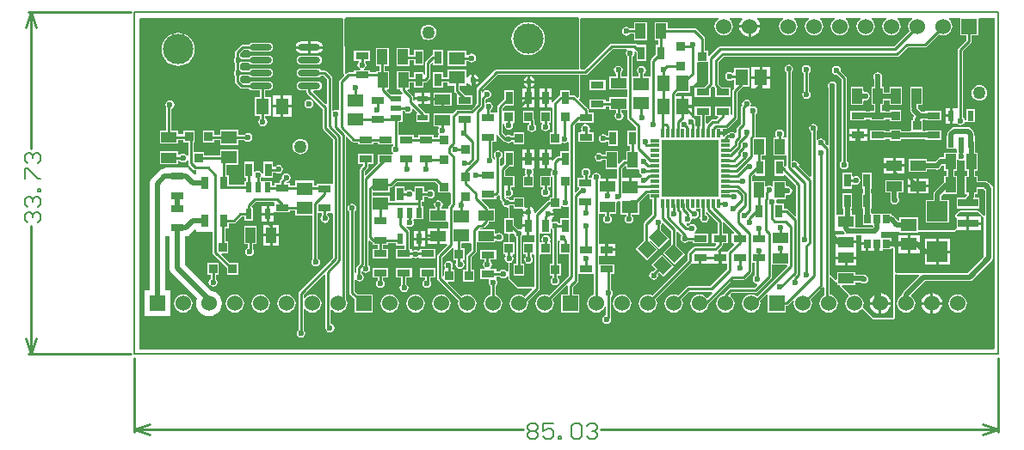
<source format=gtl>
G04*
G04 #@! TF.GenerationSoftware,Altium Limited,CircuitStudio,1.5.2 (1.5.2.30)*
G04*
G04 Layer_Physical_Order=1*
G04 Layer_Color=11767835*
%FSLAX44Y44*%
%MOMM*%
G71*
G01*
G75*
%ADD10R,1.3000X1.6000*%
%ADD11O,2.2000X0.6000*%
%ADD12R,0.9144X0.8128*%
%ADD13R,1.3000X0.7000*%
%ADD14R,1.0000X1.5240*%
%ADD15R,1.6000X1.3000*%
%ADD16C,1.2700*%
%ADD17R,1.5240X1.0000*%
%ADD18R,0.7000X1.3000*%
%ADD19R,1.0000X0.6000*%
%ADD20R,0.6000X1.0000*%
%ADD21R,0.8128X0.9144*%
%ADD22R,2.0000X2.0000*%
%ADD23R,2.0000X0.8000*%
%ADD24R,5.5880X5.5880*%
%ADD25R,0.8128X0.3048*%
%ADD26R,0.3048X0.8128*%
%ADD27R,0.6500X0.9000*%
G04:AMPARAMS|DCode=28|XSize=1.4mm|YSize=1.2mm|CornerRadius=0mm|HoleSize=0mm|Usage=FLASHONLY|Rotation=315.000|XOffset=0mm|YOffset=0mm|HoleType=Round|Shape=Rectangle|*
%AMROTATEDRECTD28*
4,1,4,-0.9192,0.0707,-0.0707,0.9192,0.9192,-0.0707,0.0707,-0.9192,-0.9192,0.0707,0.0*
%
%ADD28ROTATEDRECTD28*%

%ADD29C,0.2500*%
%ADD30C,0.2611*%
%ADD31C,0.5000*%
%ADD32C,0.2540*%
%ADD33C,0.2610*%
%ADD34C,0.1524*%
%ADD35C,0.2030*%
%ADD36C,1.5240*%
%ADD37R,1.5240X1.5240*%
%ADD38C,3.0000*%
%ADD39C,0.6000*%
G36*
X819332Y555679D02*
X819546Y554940D01*
X818728Y553716D01*
X818396Y552050D01*
X818728Y550384D01*
X819672Y548971D01*
X819910Y548812D01*
Y528430D01*
X813819D01*
Y531998D01*
X814078Y532171D01*
X815022Y533584D01*
X815353Y535250D01*
X815022Y536916D01*
X814078Y538328D01*
X812666Y539272D01*
X811000Y539604D01*
X809334Y539272D01*
X807921Y538328D01*
X806977Y536916D01*
X806646Y535250D01*
X806977Y533584D01*
X807921Y532171D01*
X808680Y531664D01*
Y528430D01*
X802360D01*
Y515890D01*
X819910D01*
Y508110D01*
X802360D01*
Y503990D01*
X798423D01*
Y506170D01*
X782883D01*
Y496630D01*
X798423D01*
Y498811D01*
X802360D01*
Y495570D01*
X809160D01*
Y493455D01*
X808672Y493129D01*
X807728Y491716D01*
X807396Y490050D01*
X807728Y488384D01*
X808672Y486972D01*
X810084Y486028D01*
X811750Y485696D01*
X813416Y486028D01*
X814828Y486972D01*
X815772Y488384D01*
X816104Y490050D01*
X815772Y491716D01*
X814828Y493129D01*
X814340Y493455D01*
Y495570D01*
X819910D01*
Y488500D01*
X820107Y487509D01*
X820668Y486669D01*
X828120Y479217D01*
Y475370D01*
X819830D01*
Y459830D01*
X822010D01*
Y455590D01*
X818690D01*
Y446640D01*
X817000D01*
X816009Y446443D01*
X815169Y445881D01*
X812083Y442796D01*
X810910Y443282D01*
Y455590D01*
X798370D01*
Y451640D01*
X795655D01*
X795329Y452128D01*
X793916Y453072D01*
X792250Y453404D01*
X790584Y453072D01*
X789172Y452128D01*
X788228Y450716D01*
X787896Y449050D01*
X788228Y447384D01*
X789172Y445971D01*
X790584Y445028D01*
X792250Y444696D01*
X793916Y445028D01*
X795329Y445971D01*
X795655Y446460D01*
X798370D01*
Y437810D01*
X809590D01*
Y427784D01*
X801320D01*
Y420244D01*
X798780D01*
Y427784D01*
X794797D01*
X793755Y429054D01*
X793854Y429550D01*
X793522Y431216D01*
X792579Y432629D01*
X791166Y433572D01*
X789500Y433904D01*
X787834Y433572D01*
X786422Y432629D01*
X785478Y431216D01*
X785146Y429550D01*
X784711Y429020D01*
X781590D01*
Y430428D01*
X782328Y430921D01*
X783272Y432334D01*
X783603Y434000D01*
X783272Y435666D01*
X782328Y437078D01*
X780916Y438022D01*
X779250Y438354D01*
X777584Y438022D01*
X776171Y437078D01*
X775228Y435666D01*
X774896Y434000D01*
X775228Y432334D01*
X776171Y430921D01*
X776410Y430762D01*
Y429020D01*
X770480D01*
Y419480D01*
X772212D01*
X772760Y418657D01*
X772786Y418210D01*
X772669Y418131D01*
X769013Y414476D01*
X767840Y414962D01*
Y480477D01*
X770167Y482805D01*
X771230Y483330D01*
Y483330D01*
X771230Y483330D01*
X786770D01*
Y492870D01*
X781590D01*
Y495500D01*
X781392Y496491D01*
X780831Y497331D01*
X772758Y505404D01*
X772830Y507129D01*
X773205Y507492D01*
X773210Y507504D01*
X773222Y507508D01*
X773419Y507985D01*
X773624Y508458D01*
X773620Y508469D01*
X773624Y508480D01*
Y530460D01*
X778750D01*
X779741Y530657D01*
X780581Y531219D01*
X805573Y556210D01*
X819005D01*
X819332Y555679D01*
D02*
G37*
G36*
X1032314Y376050D02*
X1033665Y374699D01*
X1033675Y374650D01*
X1032988Y373380D01*
X1024840D01*
Y367110D01*
X1035000D01*
X1045160D01*
Y372206D01*
X1049959D01*
X1050210Y371040D01*
X1050210Y371040D01*
X1050210Y371040D01*
Y365270D01*
X1056000D01*
Y364000D01*
X1057270D01*
Y356960D01*
X1064230D01*
Y364000D01*
X1066770D01*
Y356960D01*
X1071290D01*
Y358230D01*
X1079520D01*
Y359555D01*
X1080790Y360069D01*
X1081045Y359963D01*
X1081557Y359451D01*
X1081750Y358985D01*
X1081750Y291171D01*
X1081670Y290978D01*
X1081477Y290898D01*
X1062176D01*
X1061709Y291091D01*
X1052410Y300390D01*
X1052410Y300390D01*
X1051443Y301357D01*
X1052011Y302729D01*
X1052317Y305050D01*
X1052011Y307371D01*
X1051115Y309533D01*
X1049690Y311390D01*
X1047833Y312815D01*
X1045671Y313711D01*
X1043350Y314017D01*
X1041029Y313711D01*
X1039657Y313143D01*
X1038690Y314110D01*
X1030797Y322003D01*
X1030780Y322020D01*
X1030700Y322100D01*
X1030728Y322360D01*
X1031454Y323314D01*
X1031511Y323370D01*
X1043890D01*
Y325796D01*
X1049872D01*
X1049921Y325722D01*
X1051334Y324778D01*
X1053000Y324446D01*
X1054666Y324778D01*
X1056078Y325722D01*
X1057022Y327134D01*
X1057354Y328800D01*
X1057022Y330466D01*
X1056078Y331879D01*
X1054666Y332822D01*
X1053979Y332959D01*
X1053631Y333191D01*
X1053387Y333240D01*
X1052160Y333484D01*
X1052160Y333484D01*
X1043890D01*
Y335910D01*
X1026110D01*
Y328771D01*
X1026054Y328714D01*
X1025100Y327988D01*
X1024840Y327960D01*
X1024743Y328057D01*
X1020832Y331968D01*
X1020832Y331968D01*
X1019000Y333800D01*
X1019000Y376050D01*
X1032314D01*
D02*
G37*
G36*
X909202Y586800D02*
X909634Y585530D01*
X908409Y584590D01*
X906984Y582733D01*
X906089Y580571D01*
X905783Y578250D01*
X906089Y575929D01*
X906984Y573767D01*
X908409Y571909D01*
X910266Y570485D01*
X912429Y569589D01*
X914750Y569283D01*
X917070Y569589D01*
X919233Y570485D01*
X921090Y571909D01*
X922515Y573767D01*
X923411Y575929D01*
X923717Y578250D01*
X923411Y580571D01*
X922515Y582733D01*
X921090Y584590D01*
X919866Y585530D01*
X920297Y586800D01*
X932627D01*
X933035Y585597D01*
X932904Y585496D01*
X931275Y583374D01*
X930251Y580902D01*
X930069Y579520D01*
X940150D01*
X950230D01*
X950048Y580902D01*
X949025Y583374D01*
X947396Y585496D01*
X947264Y585597D01*
X947673Y586800D01*
X972702D01*
X973134Y585530D01*
X971909Y584590D01*
X970484Y582733D01*
X969589Y580571D01*
X969283Y578250D01*
X969589Y575929D01*
X970484Y573767D01*
X971909Y571909D01*
X973766Y570485D01*
X975929Y569589D01*
X978250Y569283D01*
X980571Y569589D01*
X982733Y570485D01*
X984590Y571909D01*
X986015Y573767D01*
X986911Y575929D01*
X987216Y578250D01*
X986911Y580571D01*
X986015Y582733D01*
X984590Y584590D01*
X983366Y585530D01*
X983797Y586800D01*
X998102D01*
X998533Y585530D01*
X997309Y584590D01*
X995884Y582733D01*
X994989Y580571D01*
X994683Y578250D01*
X994989Y575929D01*
X995884Y573767D01*
X997309Y571909D01*
X999166Y570485D01*
X1001329Y569589D01*
X1003650Y569283D01*
X1005971Y569589D01*
X1008133Y570485D01*
X1009990Y571909D01*
X1011415Y573767D01*
X1012311Y575929D01*
X1012617Y578250D01*
X1012311Y580571D01*
X1011415Y582733D01*
X1009990Y584590D01*
X1008766Y585530D01*
X1009197Y586800D01*
X1023502Y586800D01*
X1023933Y585530D01*
X1022709Y584590D01*
X1021284Y582733D01*
X1020389Y580571D01*
X1020083Y578250D01*
X1020389Y575929D01*
X1021284Y573767D01*
X1022709Y571909D01*
X1024566Y570485D01*
X1026729Y569589D01*
X1029050Y569283D01*
X1031370Y569589D01*
X1033533Y570485D01*
X1035390Y571909D01*
X1036815Y573767D01*
X1037711Y575929D01*
X1038017Y578250D01*
X1037711Y580571D01*
X1036815Y582733D01*
X1035390Y584590D01*
X1034166Y585530D01*
X1034597Y586800D01*
X1048902D01*
X1049333Y585530D01*
X1048109Y584590D01*
X1046684Y582733D01*
X1045789Y580571D01*
X1045483Y578250D01*
X1045789Y575929D01*
X1046684Y573767D01*
X1048109Y571909D01*
X1049966Y570485D01*
X1052129Y569589D01*
X1054450Y569283D01*
X1056770Y569589D01*
X1058933Y570485D01*
X1060790Y571909D01*
X1062215Y573767D01*
X1063111Y575929D01*
X1063417Y578250D01*
X1063111Y580571D01*
X1062215Y582733D01*
X1060790Y584590D01*
X1059566Y585530D01*
X1059997Y586800D01*
X1074302D01*
X1074734Y585530D01*
X1073509Y584590D01*
X1072084Y582733D01*
X1071189Y580571D01*
X1070883Y578250D01*
X1071189Y575929D01*
X1072084Y573767D01*
X1073509Y571909D01*
X1075366Y570485D01*
X1077529Y569589D01*
X1079850Y569283D01*
X1082170Y569589D01*
X1084333Y570485D01*
X1086190Y571909D01*
X1087615Y573767D01*
X1088511Y575929D01*
X1088817Y578250D01*
X1088511Y580571D01*
X1087615Y582733D01*
X1086190Y584590D01*
X1084966Y585530D01*
X1085397Y586800D01*
X1099702Y586800D01*
X1100134Y585530D01*
X1098909Y584590D01*
X1097484Y582733D01*
X1096589Y580571D01*
X1096283Y578250D01*
X1096589Y575929D01*
X1097358Y574072D01*
X1081962Y558676D01*
X911414D01*
X910410Y558476D01*
X909558Y557907D01*
X900450Y548799D01*
X899348Y549142D01*
X899180Y549269D01*
Y553960D01*
X895907D01*
Y566412D01*
X895712Y567395D01*
X895155Y568228D01*
X888052Y575331D01*
X887218Y575888D01*
X886235Y576084D01*
X859492D01*
Y582404D01*
X846952D01*
Y564624D01*
X850652D01*
Y559820D01*
X847980D01*
Y550914D01*
X843183Y546117D01*
X842626Y545283D01*
X842431Y544300D01*
Y528970D01*
X836369D01*
Y531381D01*
X836879Y531722D01*
X837822Y533134D01*
X838154Y534800D01*
X837822Y536466D01*
X836879Y537879D01*
X835466Y538822D01*
X833800Y539154D01*
X832134Y538822D01*
X830722Y537879D01*
X829778Y536466D01*
X829446Y534800D01*
X829778Y533134D01*
X830722Y531722D01*
X831231Y531381D01*
Y528970D01*
X825089D01*
Y548478D01*
X825828Y548971D01*
X826772Y550384D01*
X827104Y552050D01*
X827047Y552336D01*
X828007Y553619D01*
X828980Y552710D01*
Y544280D01*
X838520D01*
Y559820D01*
X829642D01*
X828831Y560631D01*
X827991Y561193D01*
X827000Y561390D01*
X804500D01*
X803509Y561193D01*
X802669Y560631D01*
X777677Y535640D01*
X774628D01*
X774626Y535641D01*
X773624Y536538D01*
Y584706D01*
Y584706D01*
Y584706D01*
X773624Y585530D01*
X774446Y586692D01*
X774639Y586800D01*
X909202Y586800D01*
D02*
G37*
G36*
X771739Y587050D02*
X772250Y585902D01*
X772250Y585902D01*
X772250Y584706D01*
Y536538D01*
X772249Y536537D01*
X771352Y535640D01*
X691250D01*
X690259Y535443D01*
X689419Y534881D01*
X672068Y517531D01*
X671507Y516691D01*
X671310Y515700D01*
Y501692D01*
X665948Y496330D01*
X653448D01*
X652457Y496133D01*
X651617Y495571D01*
X648190Y492145D01*
X646990Y492110D01*
Y492110D01*
X646990Y492110D01*
X629210D01*
Y479570D01*
X633669D01*
X634318Y478300D01*
X633728Y477416D01*
X633396Y475750D01*
X633728Y474084D01*
X634671Y472671D01*
X634808Y472580D01*
X634423Y471310D01*
X633670D01*
Y468869D01*
X629470D01*
Y471068D01*
X613930D01*
Y468869D01*
X609670D01*
Y471070D01*
X594640D01*
Y483606D01*
X595491Y483775D01*
X595618Y483860D01*
X598808D01*
Y492090D01*
X598808Y492400D01*
Y492880D01*
Y493360D01*
X598808Y493670D01*
Y495040D01*
X600187D01*
X600228Y494834D01*
X601171Y493421D01*
X602584Y492478D01*
X604250Y492146D01*
X605916Y492478D01*
X607328Y493421D01*
X608272Y494834D01*
X608593Y496448D01*
X608816Y496598D01*
X609789Y497048D01*
X613264Y493574D01*
X612777Y492400D01*
X612272D01*
Y483860D01*
X624812D01*
Y492400D01*
X621044D01*
X620935Y492948D01*
X620373Y493789D01*
X613746Y500416D01*
X614232Y501590D01*
X617272D01*
Y505859D01*
X610883D01*
X609732Y505269D01*
X609380Y505522D01*
Y508210D01*
X609182Y509201D01*
X608621Y510041D01*
X603396Y515266D01*
X603882Y516440D01*
X605620D01*
Y522740D01*
X609920D01*
Y517560D01*
X619460D01*
Y522740D01*
X620580D01*
X621571Y522937D01*
X622411Y523499D01*
X625331Y526419D01*
X625892Y527259D01*
X626090Y528250D01*
Y540927D01*
X627747Y542584D01*
X628920Y542098D01*
Y539560D01*
X638460D01*
Y555100D01*
X628920D01*
Y549920D01*
X628830D01*
X627839Y549723D01*
X626998Y549161D01*
X621669Y543831D01*
X621107Y542991D01*
X620910Y542000D01*
Y530443D01*
X620730Y530322D01*
X619460Y531001D01*
Y533100D01*
X609920D01*
Y527920D01*
X605620D01*
Y534220D01*
X593080D01*
Y516440D01*
X596760D01*
Y515650D01*
X596957Y514659D01*
X597519Y513818D01*
X598668Y512669D01*
X598142Y511399D01*
X586513D01*
X582742Y515170D01*
X583268Y516440D01*
X585300D01*
Y534220D01*
X581530D01*
Y539210D01*
X585210D01*
Y556990D01*
X572670D01*
Y539210D01*
X576350D01*
Y534220D01*
X572760D01*
Y532790D01*
X566470D01*
Y534970D01*
X560602D01*
X560416Y536228D01*
X561828Y537171D01*
X562772Y538584D01*
X563103Y540250D01*
X562772Y541916D01*
X561941Y543160D01*
X562133Y543854D01*
X562466Y544430D01*
X566470D01*
Y553970D01*
X550930D01*
Y544430D01*
X555034D01*
X555367Y543854D01*
X555559Y543160D01*
X554728Y541916D01*
X554396Y540250D01*
X554728Y538584D01*
X555671Y537171D01*
X557084Y536228D01*
X556897Y534970D01*
X550930D01*
Y532790D01*
X545700D01*
X544709Y532593D01*
X543868Y532031D01*
X543275Y531437D01*
X542938Y531436D01*
X541802Y532512D01*
X541710Y585780D01*
X542605Y587048D01*
X542607Y587050D01*
X771739Y587050D01*
D02*
G37*
G36*
X755922Y401222D02*
X757334Y400278D01*
X759000Y399946D01*
X760666Y400278D01*
X761390Y400762D01*
X762660Y400083D01*
Y389370D01*
X753730D01*
Y384189D01*
X752481D01*
X752154Y384678D01*
X750742Y385622D01*
X749076Y385953D01*
X747410Y385622D01*
X746810Y385221D01*
X745540Y385900D01*
Y388585D01*
X746244Y389056D01*
X747469Y390888D01*
X747646Y391780D01*
X742250D01*
Y394320D01*
X747646D01*
X747469Y395212D01*
X746341Y396900D01*
X746672Y398170D01*
X754410D01*
Y401198D01*
X755680Y401583D01*
X755922Y401222D01*
D02*
G37*
G36*
X818690Y440281D02*
Y437810D01*
X830649D01*
X830766Y437746D01*
X831626Y436704D01*
X831396Y435550D01*
X831728Y433884D01*
X832672Y432472D01*
X834084Y431528D01*
X834488Y431448D01*
Y430153D01*
X834084Y430073D01*
X832672Y429129D01*
X832312Y428590D01*
X824020D01*
Y419550D01*
X821480D01*
Y428590D01*
X814770D01*
Y438157D01*
X817420Y440807D01*
X818690Y440281D01*
D02*
G37*
G36*
X772250Y508480D02*
X771115Y507382D01*
X770778Y507384D01*
X768731Y509431D01*
X767891Y509992D01*
X766900Y510190D01*
X763270D01*
Y515370D01*
X753730D01*
Y510066D01*
X753359Y509992D01*
X752518Y509431D01*
X747244Y504157D01*
X746810Y503506D01*
X746004Y503555D01*
X745540Y503718D01*
Y506330D01*
X740770D01*
Y498560D01*
X745216D01*
X745540Y498560D01*
X746486Y497778D01*
Y473854D01*
X743742D01*
Y462170D01*
X754410D01*
Y463200D01*
X755680Y463832D01*
X756584Y463228D01*
X758250Y462896D01*
X759916Y463228D01*
X761329Y464171D01*
X761390Y464264D01*
X762660Y463879D01*
Y455370D01*
X753730D01*
Y450190D01*
X752100D01*
X751108Y449992D01*
X750268Y449431D01*
X747244Y446407D01*
X746810Y445756D01*
X746004Y445805D01*
X745540Y445968D01*
Y446330D01*
X740770D01*
Y438560D01*
X745216D01*
X745540Y438560D01*
X745679Y438444D01*
X745921Y437078D01*
X744977Y435666D01*
X744646Y434000D01*
X744843Y433011D01*
X744868Y431831D01*
X744710Y431600D01*
X744703Y431589D01*
X744642Y431500D01*
X744615Y431460D01*
X744386Y431125D01*
X744369Y431099D01*
X744345Y431065D01*
X744345Y431064D01*
X744321Y431030D01*
X744321D01*
X744224D01*
X744156Y431030D01*
X743765Y431030D01*
X743765Y431030D01*
X743758Y431030D01*
X734090D01*
Y419346D01*
X736854D01*
Y418035D01*
X736171Y417578D01*
X735228Y416166D01*
X734896Y414500D01*
X735228Y412834D01*
X736171Y411421D01*
X737584Y410478D01*
X739250Y410146D01*
X740916Y410478D01*
X742328Y411421D01*
X743272Y412834D01*
X743603Y414500D01*
X743272Y416166D01*
X742328Y417578D01*
X741993Y417802D01*
Y419346D01*
X744758D01*
Y429427D01*
X745636Y430155D01*
X746028Y430199D01*
X746486Y429734D01*
Y409854D01*
X743742D01*
Y406601D01*
X742712D01*
X741721Y406404D01*
X740881Y405843D01*
X729596Y394558D01*
X728731Y394913D01*
X728381Y395139D01*
X727969Y397212D01*
X726744Y399044D01*
X724912Y400269D01*
X724020Y400446D01*
Y395050D01*
X722750D01*
Y393780D01*
X717354D01*
X717532Y392888D01*
X718186Y391910D01*
X717507Y390640D01*
X716460D01*
Y382870D01*
X722500D01*
Y381600D01*
X723770D01*
Y372560D01*
X728410D01*
Y366092D01*
X727910Y365030D01*
X727140Y365030D01*
X717242D01*
Y353346D01*
X719986D01*
Y351539D01*
X719671Y351328D01*
X718727Y349916D01*
X718396Y348250D01*
X718727Y346584D01*
X719671Y345171D01*
X721084Y344228D01*
X722750Y343896D01*
X724416Y344228D01*
X725828Y345171D01*
X726772Y346584D01*
X727103Y348250D01*
X726772Y349916D01*
X725828Y351328D01*
X725714Y351405D01*
X725599Y352881D01*
X726064Y353346D01*
X727140D01*
X727910Y353346D01*
X728410Y352283D01*
Y352283D01*
Y321898D01*
X727512Y321000D01*
X725753D01*
X725753D01*
X712773D01*
X712306Y321193D01*
X704193Y329307D01*
X704000Y329773D01*
Y331374D01*
X704000Y331374D01*
X704000Y331374D01*
Y331374D01*
Y344996D01*
X705166Y345228D01*
X706578Y346171D01*
X707522Y347584D01*
X707853Y349250D01*
X707522Y350916D01*
X706747Y352076D01*
X707046Y352980D01*
X707310Y353346D01*
X708758D01*
Y365030D01*
X704000D01*
Y372560D01*
X704897Y373829D01*
X704898Y373830D01*
X707594D01*
X708270Y373830D01*
X708984Y372856D01*
X709053Y372508D01*
X709997Y371095D01*
X710486Y370769D01*
Y343854D01*
X707742D01*
Y332170D01*
X718410D01*
Y343854D01*
X715666D01*
Y370769D01*
X716154Y371095D01*
X717098Y372508D01*
X717108Y372560D01*
X721230D01*
Y380330D01*
X716460D01*
Y378576D01*
X715190Y377897D01*
X714742Y378196D01*
X713076Y378527D01*
X712499Y378413D01*
X708270Y382642D01*
Y389370D01*
X704000D01*
Y397713D01*
X704000Y398925D01*
Y398925D01*
Y398925D01*
Y399049D01*
Y399750D01*
X703978Y399772D01*
X703934Y399816D01*
X703912Y400114D01*
X704011Y401127D01*
X704078Y401171D01*
X704259Y401442D01*
X707742D01*
Y398170D01*
X716760D01*
X717469Y396900D01*
X717354Y396320D01*
X721480D01*
Y400446D01*
X720588Y400269D01*
X719680Y399661D01*
X718410Y400340D01*
Y409854D01*
X707742D01*
Y406581D01*
X704577D01*
X704078Y407328D01*
X702666Y408272D01*
X701000Y408604D01*
X700501Y409479D01*
X701486Y410022D01*
X701730Y410046D01*
X703250Y409744D01*
X704916Y410076D01*
X706328Y411019D01*
X707272Y412432D01*
X707603Y414098D01*
X707272Y415764D01*
X706328Y417176D01*
X705993Y417400D01*
Y419346D01*
X708758D01*
Y431030D01*
X699389D01*
Y436505D01*
X702713Y439830D01*
X708270D01*
Y455370D01*
X698730D01*
Y443114D01*
X696110Y440494D01*
X694840Y441020D01*
Y447811D01*
X695828Y448472D01*
X696772Y449884D01*
X697104Y451550D01*
X696772Y453216D01*
X695828Y454628D01*
X694416Y455572D01*
X692750Y455904D01*
X691084Y455572D01*
X689671Y454628D01*
X688728Y453216D01*
X688396Y451550D01*
X688728Y449884D01*
X689660Y448488D01*
Y446748D01*
X688390Y446623D01*
X688272Y447216D01*
X687328Y448629D01*
X686840Y448955D01*
Y464330D01*
X690770D01*
Y471473D01*
X692040Y471598D01*
X692107Y471259D01*
X692669Y470419D01*
X697669Y465419D01*
X698509Y464857D01*
X699500Y464660D01*
X699845D01*
X700171Y464171D01*
X701584Y463228D01*
X703250Y462896D01*
X704916Y463228D01*
X706328Y464171D01*
X706472Y464386D01*
X707742Y464001D01*
Y462170D01*
X718410D01*
Y473854D01*
X707742D01*
Y470581D01*
X705950D01*
X704916Y471272D01*
X703250Y471604D01*
X701584Y471272D01*
X700171Y470328D01*
X700092Y470321D01*
X697089Y473323D01*
Y481593D01*
X698360Y482613D01*
X698925Y482489D01*
X699160Y482076D01*
X698896Y480750D01*
X699228Y479084D01*
X700171Y477671D01*
X701584Y476728D01*
X703250Y476396D01*
X704916Y476728D01*
X706328Y477671D01*
X707272Y479084D01*
X707603Y480750D01*
X707340Y482076D01*
X708062Y483346D01*
X708758D01*
Y495030D01*
X698360D01*
X698090Y495030D01*
X697089Y495681D01*
Y497677D01*
X699242Y499830D01*
X708270D01*
Y515370D01*
X698730D01*
Y506642D01*
X692669Y500581D01*
X692107Y499741D01*
X691910Y498750D01*
Y493183D01*
X691910D01*
X690770Y492870D01*
X690640Y492870D01*
X685590D01*
Y495428D01*
X686328Y495921D01*
X687272Y497334D01*
X687603Y499000D01*
X687272Y500666D01*
X686328Y502078D01*
X684916Y503022D01*
X683250Y503354D01*
X681584Y503022D01*
X681420Y502912D01*
X680300Y503511D01*
Y506187D01*
X681174Y507061D01*
X681750Y506946D01*
X683416Y507278D01*
X684828Y508222D01*
X685772Y509634D01*
X686104Y511300D01*
X685772Y512966D01*
X684828Y514379D01*
X683416Y515322D01*
X681750Y515654D01*
X680084Y515322D01*
X678672Y514379D01*
X677759Y513014D01*
X677664Y512994D01*
X676489Y513277D01*
Y514627D01*
X692323Y530460D01*
X772250D01*
Y508480D01*
D02*
G37*
G36*
X1165193Y394807D02*
X1170000Y390000D01*
Y351000D01*
X1154000Y335000D01*
X1085273D01*
X1084921Y335146D01*
X1084883D01*
X1084855Y335171D01*
X1084830Y335170D01*
X1083125Y336875D01*
Y358985D01*
X1083020Y359237D01*
Y359511D01*
X1082827Y359977D01*
X1082633Y360171D01*
X1082529Y360423D01*
X1082017Y360935D01*
X1081765Y361040D01*
X1081571Y361233D01*
X1081316Y361339D01*
X1080795D01*
X1080275Y361343D01*
X1079520Y361852D01*
Y369770D01*
X1070480D01*
X1070000Y370841D01*
Y376000D01*
X1087730D01*
Y374730D01*
X1106270D01*
Y376000D01*
X1142000D01*
X1143267Y377267D01*
X1143733Y377460D01*
X1153730D01*
Y384000D01*
Y390540D01*
X1144256D01*
X1144083Y390614D01*
X1144076Y390630D01*
X1144076Y390631D01*
Y390631D01*
X1144000Y390813D01*
Y391727D01*
X1144193Y392193D01*
X1146807Y394807D01*
X1147273Y395000D01*
X1164727D01*
X1165193Y394807D01*
D02*
G37*
G36*
X539336Y586800D02*
X539589Y586662D01*
X540336Y585778D01*
X540427Y532510D01*
X540434Y532492D01*
X540428Y532475D01*
X540635Y532010D01*
X540831Y531539D01*
X540849Y531531D01*
X540856Y531514D01*
X541215Y531174D01*
X541288Y529451D01*
X537169Y525331D01*
X536607Y524491D01*
X536410Y523500D01*
Y496185D01*
X535140Y495506D01*
X534666Y495822D01*
X533000Y496154D01*
X531334Y495822D01*
X530670Y495378D01*
X529399Y496057D01*
Y527440D01*
X529202Y528431D01*
X528641Y529271D01*
X523931Y533981D01*
X523091Y534543D01*
X522100Y534740D01*
X518405D01*
X518078Y535228D01*
X516666Y536172D01*
X515000Y536503D01*
X499000D01*
X497334Y536172D01*
X495921Y535228D01*
X494977Y533816D01*
X494646Y532150D01*
X494977Y530484D01*
X495921Y529071D01*
X497334Y528128D01*
X499000Y527796D01*
X515000D01*
X516666Y528128D01*
X518078Y529071D01*
X518405Y529560D01*
X521027D01*
X524220Y526367D01*
Y502102D01*
X523047Y501615D01*
X510836Y513826D01*
X511362Y515096D01*
X515000D01*
X516666Y515428D01*
X518078Y516371D01*
X519022Y517784D01*
X519353Y519450D01*
X519022Y521116D01*
X518078Y522528D01*
X516666Y523472D01*
X515000Y523803D01*
X499000D01*
X497334Y523472D01*
X495921Y522528D01*
X494977Y521116D01*
X494646Y519450D01*
X494977Y517784D01*
X495921Y516371D01*
X497334Y515428D01*
X499000Y515096D01*
X504410D01*
Y514000D01*
X504607Y513009D01*
X505168Y512169D01*
X520410Y496927D01*
Y477724D01*
X520607Y476732D01*
X521169Y475892D01*
X530160Y466901D01*
Y424023D01*
X529612Y422980D01*
X528890Y422980D01*
X514072D01*
Y421300D01*
X511273D01*
Y425980D01*
X492733D01*
Y421300D01*
X488273D01*
Y423480D01*
X485203D01*
X484727Y424427D01*
X485080Y425021D01*
X485919Y425188D01*
X487331Y426132D01*
X488275Y427544D01*
X488606Y429210D01*
X488275Y430876D01*
X487331Y432289D01*
X485919Y433232D01*
X484253Y433564D01*
X482587Y433232D01*
X481174Y432289D01*
X480230Y430876D01*
X479899Y429210D01*
X480014Y428633D01*
X478671Y427291D01*
X478110Y426451D01*
X477913Y425460D01*
Y423480D01*
X472733D01*
Y421300D01*
X470272D01*
Y425482D01*
X461732D01*
Y425482D01*
X460773D01*
Y425482D01*
X459092D01*
Y428305D01*
X459581Y428632D01*
X460462Y429951D01*
X460555Y429962D01*
X461732Y429190D01*
Y429190D01*
X471273D01*
Y434370D01*
X473515D01*
X473674Y434132D01*
X475087Y433188D01*
X476753Y432856D01*
X478419Y433188D01*
X479831Y434132D01*
X480775Y435544D01*
X481106Y437210D01*
X480775Y438876D01*
X479831Y440289D01*
X478419Y441232D01*
X476753Y441564D01*
X475087Y441232D01*
X473674Y440289D01*
X473181Y439550D01*
X471273D01*
Y444730D01*
X461732D01*
Y434232D01*
X460555Y433458D01*
X460462Y433469D01*
X459581Y434789D01*
X458169Y435732D01*
X456502Y436064D01*
X454837Y435732D01*
X453543Y434868D01*
X452983Y435004D01*
X452272Y435351D01*
Y444730D01*
X442733D01*
Y429190D01*
X444413D01*
Y425482D01*
X442733D01*
Y421802D01*
X427772D01*
Y431230D01*
X425590D01*
Y441690D01*
X437523D01*
Y457230D01*
X418983D01*
Y450712D01*
X403662D01*
Y453964D01*
X392995D01*
X392840Y455170D01*
Y463456D01*
X394011D01*
Y475140D01*
X383343D01*
Y471710D01*
X377643D01*
Y475390D01*
X371342D01*
Y496763D01*
X371416Y496778D01*
X372828Y497722D01*
X373772Y499134D01*
X374104Y500800D01*
X373772Y502466D01*
X372828Y503879D01*
X371416Y504822D01*
X369750Y505154D01*
X368084Y504822D01*
X366672Y503879D01*
X365728Y502466D01*
X365396Y500800D01*
X365728Y499134D01*
X366163Y498483D01*
Y475390D01*
X359863D01*
Y462850D01*
X377643D01*
Y466530D01*
X383343D01*
Y463456D01*
X387660D01*
Y451087D01*
X386390Y450701D01*
X385831Y451539D01*
X384419Y452482D01*
X382752Y452814D01*
X381087Y452482D01*
X379674Y451539D01*
X379575Y451390D01*
X377643D01*
Y455070D01*
X359863D01*
Y442530D01*
X377643D01*
Y446210D01*
X379120D01*
X379674Y445382D01*
X381087Y444438D01*
X382752Y444106D01*
X384419Y444438D01*
X385831Y445382D01*
X386390Y446218D01*
X387660Y445833D01*
Y443050D01*
X387857Y442059D01*
X388419Y441219D01*
X392669Y436969D01*
X393509Y436407D01*
X394500Y436210D01*
X395454D01*
X395503Y434960D01*
X395503Y434960D01*
X395503Y434960D01*
Y432704D01*
X394232Y432178D01*
X390601Y435809D01*
X389035Y437011D01*
X388452Y437253D01*
Y438960D01*
X365452D01*
Y438923D01*
X364660Y438025D01*
X362702Y437767D01*
X360878Y437011D01*
X359311Y435809D01*
X359311Y435809D01*
X352201Y428699D01*
X350999Y427132D01*
X350778Y426598D01*
X350243Y425308D01*
X349985Y423350D01*
Y317670D01*
X344930D01*
Y292430D01*
X370170D01*
Y317670D01*
X365115D01*
Y370101D01*
X365503Y371210D01*
X369438D01*
Y340048D01*
X369696Y338090D01*
X370451Y336265D01*
X371653Y334698D01*
X396627Y309725D01*
X396055Y308344D01*
X395621Y305050D01*
X396055Y301756D01*
X397327Y298686D01*
X399349Y296049D01*
X401986Y294027D01*
X405056Y292755D01*
X408350Y292321D01*
X411645Y292755D01*
X414715Y294027D01*
X417351Y296049D01*
X419374Y298686D01*
X420645Y301756D01*
X421079Y305050D01*
X420645Y308344D01*
X419374Y311415D01*
X417351Y314051D01*
X414715Y316074D01*
X411645Y317345D01*
X410215Y317533D01*
X384567Y343181D01*
Y371210D01*
X388503D01*
Y372835D01*
X388750Y372937D01*
X389285Y373159D01*
X390852Y374361D01*
X394329Y377839D01*
X395503Y377352D01*
Y375210D01*
X411910D01*
Y355246D01*
X412107Y354255D01*
X412669Y353415D01*
X426245Y339840D01*
Y333030D01*
X436912D01*
Y344714D01*
X428695D01*
X420376Y353033D01*
X420862Y354206D01*
X427261D01*
Y365890D01*
X424592D01*
Y378940D01*
X427772D01*
Y384120D01*
X432753D01*
X433744Y384317D01*
X434584Y384879D01*
X440323Y390618D01*
X442733D01*
Y386938D01*
X451273D01*
Y399478D01*
X450462D01*
X449953Y400748D01*
X454325Y405120D01*
X471728D01*
X472733Y404480D01*
Y400940D01*
X471542Y400748D01*
X471463Y400748D01*
X467272D01*
Y394478D01*
X471542D01*
Y394748D01*
X471542D01*
X472733Y394940D01*
X472812Y394940D01*
X488273D01*
Y396620D01*
X492733D01*
Y391440D01*
X509953D01*
Y348551D01*
X509228Y347466D01*
X508896Y345800D01*
X509228Y344134D01*
X510172Y342722D01*
X511584Y341778D01*
X513250Y341446D01*
X514916Y341778D01*
X516329Y342722D01*
X517272Y344134D01*
X517604Y345800D01*
X517272Y347466D01*
X516329Y348879D01*
X515132Y349678D01*
Y394440D01*
X519502D01*
Y391948D01*
X519264Y391788D01*
X518320Y390376D01*
X517989Y388710D01*
X518320Y387044D01*
X519264Y385631D01*
X520676Y384688D01*
X522342Y384356D01*
X524008Y384688D01*
X525421Y385631D01*
X526365Y387044D01*
X526696Y388710D01*
X526365Y390376D01*
X525421Y391788D01*
X524682Y392282D01*
Y393542D01*
X525580Y394440D01*
X528890D01*
X529612Y394440D01*
X530160Y393397D01*
Y393397D01*
Y350073D01*
X496918Y316831D01*
X496357Y315991D01*
X496160Y315000D01*
Y278905D01*
X495671Y278578D01*
X494728Y277166D01*
X494396Y275500D01*
X494728Y273834D01*
X495671Y272421D01*
X497084Y271478D01*
X498750Y271146D01*
X500416Y271478D01*
X501828Y272421D01*
X502772Y273834D01*
X503103Y275500D01*
X502772Y277166D01*
X501828Y278578D01*
X501339Y278905D01*
Y299582D01*
X502609Y300013D01*
X503610Y298710D01*
X505467Y297285D01*
X507629Y296389D01*
X509950Y296083D01*
X512271Y296389D01*
X514433Y297285D01*
X516291Y298710D01*
X517715Y300567D01*
X518611Y302729D01*
X518917Y305050D01*
X518611Y307371D01*
X517715Y309533D01*
X516291Y311390D01*
X514433Y312815D01*
X512271Y313711D01*
X509950Y314017D01*
X507629Y313711D01*
X505467Y312815D01*
X503610Y311390D01*
X502609Y310087D01*
X501339Y310518D01*
Y313927D01*
X521427Y334015D01*
X522600Y333529D01*
Y282810D01*
X522797Y281819D01*
X523037Y281460D01*
X522896Y280750D01*
X523228Y279084D01*
X524171Y277671D01*
X525584Y276728D01*
X527250Y276396D01*
X528916Y276728D01*
X530328Y277671D01*
X531272Y279084D01*
X531603Y280750D01*
X531272Y282416D01*
X530328Y283828D01*
X528916Y284772D01*
X527780Y284998D01*
Y298337D01*
X528588Y298611D01*
X529050Y298679D01*
X530867Y297285D01*
X533029Y296389D01*
X535350Y296083D01*
X537671Y296389D01*
X539833Y297285D01*
X541690Y298710D01*
X543115Y300567D01*
X544011Y302729D01*
X544317Y305050D01*
X544011Y307371D01*
X543115Y309533D01*
X542907Y309805D01*
X542960Y310070D01*
Y469218D01*
X544133Y469704D01*
X549169Y464669D01*
X550009Y464107D01*
X551000Y463910D01*
X554830D01*
Y461730D01*
X570370D01*
Y463910D01*
X574030D01*
Y461530D01*
X589460D01*
Y460155D01*
X588972Y459828D01*
X588028Y458416D01*
X587697Y456750D01*
X588028Y455084D01*
X588972Y453671D01*
X589468Y453340D01*
X589083Y452070D01*
X574030D01*
Y443163D01*
X562643Y431776D01*
X561469Y432262D01*
Y435386D01*
X564417Y438333D01*
X564974Y439167D01*
X565169Y440150D01*
Y442730D01*
X570370D01*
Y452270D01*
X554830D01*
Y442730D01*
X560031D01*
Y441214D01*
X557083Y438267D01*
X556526Y437433D01*
X556330Y436450D01*
Y344424D01*
X553773Y341867D01*
X553216Y341033D01*
X553021Y340050D01*
Y335128D01*
X552964Y335087D01*
X551694Y335726D01*
Y395645D01*
X552183Y395971D01*
X553127Y397384D01*
X553458Y399050D01*
X553127Y400716D01*
X552183Y402128D01*
X550770Y403072D01*
X549104Y403404D01*
X547438Y403072D01*
X546026Y402128D01*
X545082Y400716D01*
X544751Y399050D01*
X545082Y397384D01*
X546026Y395971D01*
X546515Y395645D01*
Y315696D01*
X546712Y314705D01*
X547273Y313864D01*
X551860Y309278D01*
Y296160D01*
X569640D01*
Y313940D01*
X554523D01*
X551694Y316768D01*
Y327897D01*
X552964Y328282D01*
X553172Y327972D01*
X554584Y327028D01*
X556250Y326696D01*
X557916Y327028D01*
X559328Y327972D01*
X560272Y329384D01*
X560604Y331050D01*
X560272Y332716D01*
X559328Y334128D01*
X558159Y334910D01*
Y336302D01*
X559429Y336688D01*
X559672Y336325D01*
X561084Y335381D01*
X562750Y335050D01*
X564416Y335381D01*
X565829Y336325D01*
X566772Y337738D01*
X567104Y339404D01*
X566772Y341070D01*
X565829Y342482D01*
X565239Y342876D01*
Y366688D01*
X566413Y367175D01*
X567918Y365669D01*
X568759Y365107D01*
X569230Y365014D01*
Y362730D01*
X574410D01*
Y358970D01*
X569230D01*
Y349430D01*
X584770D01*
Y358970D01*
X579590D01*
Y362730D01*
X584770D01*
Y364910D01*
X591880D01*
Y362228D01*
X600410D01*
Y359020D01*
X592330D01*
Y349480D01*
X607870D01*
Y349809D01*
X609140Y350409D01*
X610084Y349778D01*
X611750Y349446D01*
X613416Y349778D01*
X614160Y350275D01*
X615430Y349596D01*
Y349430D01*
X630970D01*
Y358970D01*
X615430D01*
Y358004D01*
X614160Y357325D01*
X613416Y357822D01*
X611750Y358154D01*
X610084Y357822D01*
X609140Y357191D01*
X607870Y357791D01*
Y359020D01*
X605590D01*
Y376000D01*
X605392Y376991D01*
X604831Y377831D01*
X602110Y380552D01*
X602920Y381539D01*
X603984Y380827D01*
X605650Y380496D01*
X607316Y380827D01*
X608728Y381771D01*
X609672Y383184D01*
X610004Y384850D01*
X609672Y386516D01*
X609374Y386962D01*
X609920Y388232D01*
X610880D01*
Y388232D01*
X619420D01*
Y400772D01*
X617739D01*
Y403200D01*
Y405230D01*
X619920D01*
Y410410D01*
X622845D01*
X623171Y409921D01*
X624584Y408978D01*
X626250Y408646D01*
X627916Y408978D01*
X629328Y409921D01*
X630272Y411334D01*
X630603Y413000D01*
X630272Y414666D01*
X629328Y416078D01*
X627916Y417022D01*
X626250Y417354D01*
X624584Y417022D01*
X623171Y416078D01*
X622845Y415590D01*
X619920D01*
Y420770D01*
X610380D01*
Y415668D01*
X609110Y415283D01*
X608578Y416078D01*
X607166Y417022D01*
X605500Y417354D01*
X603834Y417022D01*
X602422Y416078D01*
X601128Y416406D01*
X600920Y416608D01*
Y420770D01*
X591380D01*
Y405790D01*
X586270D01*
Y410970D01*
X569050D01*
Y414430D01*
X586270D01*
Y419610D01*
X586950D01*
X587941Y419807D01*
X588781Y420369D01*
X593323Y424910D01*
X630763D01*
X633770Y421903D01*
Y414390D01*
X644890D01*
X645454Y414390D01*
X646160Y413413D01*
X646160Y413413D01*
Y403819D01*
X644429Y402087D01*
X643867Y401247D01*
X643670Y400256D01*
Y399086D01*
X642790Y398180D01*
X642400Y398180D01*
X637794D01*
X637494Y398616D01*
X637231Y399450D01*
X638022Y400634D01*
X638354Y402300D01*
X638022Y403966D01*
X637079Y405378D01*
X635666Y406322D01*
X634000Y406654D01*
X632334Y406322D01*
X630922Y405378D01*
X629978Y403966D01*
X629646Y402300D01*
X629978Y400634D01*
X630769Y399450D01*
X630506Y398616D01*
X630206Y398180D01*
X625010D01*
Y385640D01*
X642400D01*
X642790Y385640D01*
X643670Y384735D01*
X643670Y384735D01*
Y379130D01*
X635170D01*
Y371590D01*
Y364050D01*
X642291D01*
X642818Y362780D01*
X633419Y353381D01*
X632857Y352541D01*
X632660Y351550D01*
Y329858D01*
X632857Y328867D01*
X633419Y328026D01*
X653802Y307643D01*
X653689Y307371D01*
X653383Y305050D01*
X653689Y302729D01*
X654585Y300567D01*
X656010Y298710D01*
X657867Y297285D01*
X660029Y296389D01*
X662350Y296083D01*
X664671Y296389D01*
X666833Y297285D01*
X668690Y298710D01*
X670115Y300567D01*
X671011Y302729D01*
X671317Y305050D01*
X671011Y307371D01*
X670115Y309533D01*
X668690Y311390D01*
X666833Y312815D01*
X664671Y313711D01*
X662350Y314017D01*
X660029Y313711D01*
X657867Y312815D01*
X656785Y311985D01*
X643074Y325697D01*
X643560Y326870D01*
X649958D01*
Y338554D01*
X647724D01*
X647347Y339824D01*
X648022Y340834D01*
X648354Y342500D01*
X648022Y344166D01*
X647078Y345578D01*
X645666Y346522D01*
X644000Y346853D01*
X642334Y346522D01*
X640921Y345578D01*
X639978Y344166D01*
X639646Y342500D01*
X639978Y340834D01*
X640652Y339824D01*
X640122Y338588D01*
X640090Y338554D01*
X639290D01*
Y332472D01*
X638020Y331793D01*
X637840Y331914D01*
Y350477D01*
X647822Y360460D01*
X648790Y359631D01*
Y348046D01*
X651534D01*
Y345675D01*
X651228Y345216D01*
X650896Y343550D01*
X651228Y341884D01*
X652171Y340472D01*
X653584Y339528D01*
X655250Y339196D01*
X656916Y339528D01*
X658328Y340472D01*
X659272Y341884D01*
X659604Y343550D01*
X659272Y345216D01*
X658328Y346628D01*
X658108Y346776D01*
X658493Y348046D01*
X659458D01*
Y359730D01*
X656714D01*
Y363548D01*
X657612Y364446D01*
X666070D01*
X666610Y363400D01*
Y357773D01*
X661945Y353107D01*
X661383Y352267D01*
X661186Y351276D01*
Y338554D01*
X658442D01*
Y326870D01*
X669110D01*
Y338554D01*
X666366D01*
Y350203D01*
X671031Y354869D01*
X671593Y355709D01*
X671790Y356700D01*
Y364011D01*
X671860Y365252D01*
X689640D01*
Y366450D01*
X690047Y366734D01*
X690910Y367012D01*
X692084Y366228D01*
X693750Y365896D01*
X695416Y366228D01*
X696828Y367171D01*
X697772Y368584D01*
X698103Y370250D01*
X697772Y371916D01*
X696828Y373328D01*
X695416Y374272D01*
X693750Y374604D01*
X692084Y374272D01*
X690910Y373488D01*
X690047Y373766D01*
X689640Y374050D01*
Y377792D01*
X676131D01*
X675452Y379062D01*
X675551Y379210D01*
X677200D01*
X678191Y379407D01*
X679031Y379969D01*
X682581Y383518D01*
X683142Y384359D01*
X683339Y385350D01*
Y385572D01*
X689640D01*
Y398112D01*
X683339D01*
Y398750D01*
X683142Y399741D01*
X682581Y400582D01*
X676506Y406656D01*
X676992Y407830D01*
X690770D01*
Y410153D01*
X691041Y410207D01*
X691881Y410769D01*
X692980Y411867D01*
X694250Y411341D01*
Y408931D01*
X694445Y407947D01*
X695002Y407114D01*
X696849Y405267D01*
X696646Y404250D01*
X696977Y402584D01*
X697921Y401171D01*
X699334Y400228D01*
X701000Y399896D01*
X701286Y399953D01*
X701661Y399883D01*
X702554Y399111D01*
X702625Y398925D01*
Y398925D01*
X702625Y397713D01*
Y397713D01*
Y397713D01*
Y389370D01*
X698730D01*
Y373830D01*
X701777D01*
X702181Y373475D01*
X702625Y372560D01*
Y365030D01*
X698090D01*
Y353346D01*
X699690D01*
X699953Y352980D01*
X700252Y352076D01*
X699477Y350916D01*
X699146Y349250D01*
X699477Y347584D01*
X700421Y346171D01*
X701834Y345228D01*
X702580Y345079D01*
X702625Y344996D01*
Y336726D01*
X701355Y336340D01*
X700828Y337128D01*
X699416Y338072D01*
X697750Y338404D01*
X696084Y338072D01*
X694672Y337128D01*
X694378Y336689D01*
X690770D01*
Y338870D01*
X685292D01*
X684907Y340140D01*
X685328Y340421D01*
X686272Y341834D01*
X686603Y343500D01*
X686272Y345166D01*
X685328Y346578D01*
X684839Y346905D01*
Y348330D01*
X690770D01*
Y357870D01*
X675230D01*
Y348330D01*
X679660D01*
Y346905D01*
X679171Y346578D01*
X678227Y345166D01*
X677896Y343500D01*
X678227Y341834D01*
X679171Y340421D01*
X679593Y340140D01*
X679208Y338870D01*
X675230D01*
Y329330D01*
X683279D01*
X683957Y328060D01*
X683728Y327716D01*
X683396Y326050D01*
X683728Y324384D01*
X684672Y322972D01*
X685160Y322645D01*
Y313600D01*
X683267Y312815D01*
X681410Y311390D01*
X679985Y309533D01*
X679089Y307371D01*
X678783Y305050D01*
X679089Y302729D01*
X679985Y300567D01*
X681410Y298710D01*
X683267Y297285D01*
X685429Y296389D01*
X687750Y296083D01*
X690071Y296389D01*
X692233Y297285D01*
X694090Y298710D01*
X695515Y300567D01*
X696411Y302729D01*
X696717Y305050D01*
X696411Y307371D01*
X695515Y309533D01*
X694090Y311390D01*
X692233Y312815D01*
X690340Y313600D01*
Y322645D01*
X690828Y322972D01*
X691772Y324384D01*
X692104Y326050D01*
X691772Y327716D01*
X691375Y328311D01*
X690770Y329330D01*
X690770D01*
Y331510D01*
X694312D01*
X694672Y330972D01*
X696084Y330028D01*
X697750Y329696D01*
X699416Y330028D01*
X700828Y330972D01*
X701355Y331760D01*
X701452Y331730D01*
X702625Y331374D01*
Y329773D01*
X702730Y329521D01*
Y329247D01*
X702923Y328781D01*
X703116Y328587D01*
X703221Y328335D01*
X711334Y320221D01*
X711587Y320117D01*
X711780Y319923D01*
X712247Y319730D01*
X712521D01*
X712773Y319625D01*
X725753D01*
X726239Y318452D01*
X719314Y311526D01*
X717633Y312815D01*
X715471Y313711D01*
X713150Y314017D01*
X710829Y313711D01*
X708667Y312815D01*
X706810Y311390D01*
X705385Y309533D01*
X704489Y307371D01*
X704183Y305050D01*
X704489Y302729D01*
X705385Y300567D01*
X706810Y298710D01*
X708667Y297285D01*
X710829Y296389D01*
X713150Y296083D01*
X715471Y296389D01*
X717633Y297285D01*
X719491Y298710D01*
X720915Y300567D01*
X721811Y302729D01*
X722117Y305050D01*
X721889Y306777D01*
X732831Y317719D01*
X733393Y318559D01*
X733590Y319550D01*
Y352283D01*
X734090Y353346D01*
X734860Y353346D01*
X744758D01*
Y365030D01*
X744214D01*
X743616Y366150D01*
X743772Y366384D01*
X744104Y368050D01*
X743772Y369716D01*
X742829Y371129D01*
X741416Y372072D01*
X739750Y372404D01*
X738084Y372072D01*
X736672Y371129D01*
X735728Y369716D01*
X735396Y368050D01*
X735728Y366384D01*
X735884Y366150D01*
X735286Y365030D01*
X734860D01*
X734090Y365030D01*
X733590Y366093D01*
Y366093D01*
Y373516D01*
X734730Y373830D01*
Y373830D01*
X744270D01*
Y378821D01*
X745540Y379206D01*
X745997Y378521D01*
X746486Y378195D01*
Y343854D01*
X743742D01*
Y332170D01*
X746160D01*
Y330455D01*
X745672Y330129D01*
X744728Y328716D01*
X744396Y327050D01*
X744728Y325384D01*
X745672Y323972D01*
X747084Y323028D01*
X748750Y322696D01*
X750416Y323028D01*
X751829Y323972D01*
X752772Y325384D01*
X753104Y327050D01*
X752772Y328716D01*
X751829Y330129D01*
X751340Y330455D01*
Y332170D01*
X754410D01*
Y343854D01*
X751665D01*
Y366690D01*
X752916Y367069D01*
X752977Y367013D01*
X753171Y366722D01*
X753600Y366435D01*
X753791Y366259D01*
X753418Y365030D01*
X753242D01*
Y353346D01*
X762660D01*
Y332823D01*
X742764Y312927D01*
X740871Y313711D01*
X738550Y314017D01*
X736229Y313711D01*
X734067Y312815D01*
X732210Y311390D01*
X730785Y309533D01*
X729889Y307371D01*
X729583Y305050D01*
X729889Y302729D01*
X730785Y300567D01*
X732210Y298710D01*
X734067Y297285D01*
X736229Y296389D01*
X738550Y296083D01*
X740871Y296389D01*
X743033Y297285D01*
X744891Y298710D01*
X746315Y300567D01*
X747211Y302729D01*
X747517Y305050D01*
X747211Y307371D01*
X746427Y309264D01*
X760228Y323065D01*
X761398Y322439D01*
X761360Y322250D01*
Y313940D01*
X755060D01*
Y296160D01*
X772840D01*
Y313940D01*
X766540D01*
Y321177D01*
X771041Y325678D01*
X771602Y326519D01*
X771799Y327510D01*
Y334330D01*
X786760D01*
Y313600D01*
X784867Y312815D01*
X783010Y311390D01*
X781585Y309533D01*
X780689Y307371D01*
X780383Y305050D01*
X780689Y302729D01*
X781585Y300567D01*
X783010Y298710D01*
X784867Y297285D01*
X787029Y296389D01*
X789350Y296083D01*
X791671Y296389D01*
X793833Y297285D01*
X795691Y298710D01*
X797115Y300567D01*
X797640Y301834D01*
X798910Y301581D01*
Y293237D01*
X798084Y293072D01*
X796672Y292129D01*
X795728Y290716D01*
X795396Y289050D01*
X795728Y287384D01*
X796672Y285972D01*
X798084Y285028D01*
X799750Y284696D01*
X801416Y285028D01*
X802829Y285972D01*
X803772Y287384D01*
X804104Y289050D01*
X803913Y290010D01*
X804090Y290900D01*
Y311645D01*
X804578Y311972D01*
X805522Y313384D01*
X805854Y315050D01*
X805522Y316716D01*
X804578Y318129D01*
X804090Y318455D01*
Y334230D01*
X807020D01*
Y343770D01*
X791940D01*
Y351960D01*
X797980D01*
Y358000D01*
Y364040D01*
X791940D01*
Y393654D01*
X797930D01*
Y391418D01*
X797421Y391078D01*
X796478Y389666D01*
X796146Y388000D01*
X796478Y386334D01*
X797421Y384921D01*
X798834Y383978D01*
X800500Y383646D01*
X802166Y383978D01*
X803578Y384921D01*
X804522Y386334D01*
X804853Y388000D01*
X804522Y389666D01*
X803578Y391078D01*
X803069Y391418D01*
Y393654D01*
X808940D01*
Y404761D01*
X810210Y405804D01*
X810750Y405696D01*
X812210Y405987D01*
X813480Y405361D01*
Y392780D01*
X819181D01*
Y391469D01*
X818672Y391129D01*
X817728Y389716D01*
X817396Y388050D01*
X817728Y386384D01*
X818672Y384972D01*
X820084Y384028D01*
X821750Y383696D01*
X823416Y384028D01*
X824828Y384972D01*
X825772Y386384D01*
X826104Y388050D01*
X825772Y389716D01*
X824828Y391129D01*
X824319Y391469D01*
Y392780D01*
X832020D01*
Y405636D01*
X839508Y413125D01*
X841868D01*
Y412900D01*
Y408074D01*
X844612D01*
Y393025D01*
X836715Y385128D01*
X836154Y384287D01*
X835956Y383296D01*
Y367008D01*
X827977Y359029D01*
X839672Y347333D01*
X849953Y357614D01*
X841821Y365746D01*
X841866Y365970D01*
X843244Y366388D01*
X850986Y358647D01*
X861267Y368928D01*
X852848Y377347D01*
Y381768D01*
X853078Y381921D01*
X854022Y383334D01*
X854149Y383970D01*
X855527Y384388D01*
X863245Y376669D01*
Y363185D01*
X854847Y354786D01*
X866542Y343090D01*
X876823Y353372D01*
X868425Y361770D01*
Y375219D01*
X869598Y375705D01*
X873472Y371830D01*
X872728Y370716D01*
X872396Y369050D01*
X872728Y367384D01*
X873672Y365972D01*
X875084Y365028D01*
X876750Y364696D01*
X878416Y365028D01*
X879828Y365972D01*
X880155Y366460D01*
X883980D01*
Y364280D01*
X899520D01*
Y373820D01*
X886272D01*
X885498Y374998D01*
X885509Y375090D01*
X886829Y375972D01*
X887772Y377384D01*
X888104Y379050D01*
X887772Y380716D01*
X886829Y382128D01*
X885416Y383072D01*
X883750Y383404D01*
X882084Y383072D01*
X880671Y382128D01*
X880345Y381640D01*
X878823D01*
X877890Y382573D01*
X878516Y383743D01*
X878750Y383696D01*
X880416Y384028D01*
X881829Y384972D01*
X882772Y386384D01*
X883104Y388050D01*
X883080Y388172D01*
X883682Y388685D01*
X884209Y389003D01*
X885750Y388696D01*
X887416Y389028D01*
X888829Y389972D01*
X889772Y391384D01*
X890104Y393050D01*
X889772Y394716D01*
X888829Y396129D01*
X887677Y396898D01*
X887922Y398168D01*
X891856D01*
Y390908D01*
X891728Y390716D01*
X891396Y389050D01*
X891728Y387384D01*
X892672Y385972D01*
X894084Y385028D01*
X895750Y384696D01*
X897416Y385028D01*
X898829Y385972D01*
X899772Y387384D01*
X900104Y389050D01*
X899772Y390716D01*
X898829Y392128D01*
X897416Y393072D01*
X897114Y393132D01*
X897215Y394380D01*
X898306Y394832D01*
X908360Y384777D01*
Y373820D01*
X903180D01*
Y364280D01*
X906658D01*
X907144Y363107D01*
X905427Y361390D01*
X886750D01*
X885759Y361193D01*
X884919Y360631D01*
X880169Y355881D01*
X879607Y355041D01*
X879410Y354050D01*
Y347973D01*
X844364Y312927D01*
X842471Y313711D01*
X840150Y314017D01*
X837829Y313711D01*
X835667Y312815D01*
X833810Y311390D01*
X832385Y309533D01*
X831489Y307371D01*
X831183Y305050D01*
X831489Y302729D01*
X832385Y300567D01*
X833810Y298710D01*
X835667Y297285D01*
X837829Y296389D01*
X840150Y296083D01*
X842471Y296389D01*
X844633Y297285D01*
X846490Y298710D01*
X847915Y300567D01*
X848811Y302729D01*
X849117Y305050D01*
X848811Y307371D01*
X848027Y309264D01*
X882773Y344010D01*
X890480D01*
Y350050D01*
X893020D01*
Y344010D01*
X900790D01*
Y344010D01*
X901910D01*
Y344010D01*
X909680D01*
Y350050D01*
Y356090D01*
X909249D01*
X908723Y357360D01*
X912781Y361419D01*
X913343Y362259D01*
X913540Y363250D01*
Y364280D01*
X918720D01*
Y373820D01*
X913540D01*
Y384802D01*
X914810Y385328D01*
X925194Y374943D01*
X924708Y373770D01*
X922630D01*
Y364230D01*
X924358D01*
X924844Y363057D01*
X918919Y357131D01*
X918357Y356291D01*
X918317Y356090D01*
X912220D01*
Y350050D01*
Y344010D01*
X918160D01*
Y338623D01*
X901427Y321890D01*
X879800D01*
X878809Y321693D01*
X877969Y321131D01*
X869764Y312927D01*
X867871Y313711D01*
X865550Y314017D01*
X863229Y313711D01*
X861067Y312815D01*
X859210Y311390D01*
X857785Y309533D01*
X856889Y307371D01*
X856583Y305050D01*
X856889Y302729D01*
X857785Y300567D01*
X859210Y298710D01*
X861067Y297285D01*
X863229Y296389D01*
X865550Y296083D01*
X867871Y296389D01*
X870033Y297285D01*
X871890Y298710D01*
X873315Y300567D01*
X874211Y302729D01*
X874517Y305050D01*
X874211Y307371D01*
X873427Y309264D01*
X880873Y316710D01*
X902500D01*
X903677Y315674D01*
X903724Y315437D01*
X899008Y310721D01*
X897741Y310804D01*
X897290Y311390D01*
X895433Y312815D01*
X893271Y313711D01*
X890950Y314017D01*
X888629Y313711D01*
X886467Y312815D01*
X884610Y311390D01*
X883185Y309533D01*
X882289Y307371D01*
X881983Y305050D01*
X882289Y302729D01*
X883185Y300567D01*
X884610Y298710D01*
X886467Y297285D01*
X888629Y296389D01*
X890950Y296083D01*
X893271Y296389D01*
X895433Y297285D01*
X897290Y298710D01*
X898715Y300567D01*
X899611Y302729D01*
X899804Y304191D01*
X924073Y328460D01*
X933750D01*
X934741Y328657D01*
X935581Y329219D01*
X941581Y335219D01*
X942143Y336059D01*
X942340Y337050D01*
Y345230D01*
X944910D01*
Y332455D01*
X944422Y332128D01*
X943478Y330716D01*
X943146Y329050D01*
X943478Y327384D01*
X944422Y325972D01*
X945834Y325028D01*
X947240Y324748D01*
X947635Y323997D01*
X947740Y323452D01*
X944927Y320640D01*
X921500D01*
X920509Y320443D01*
X919669Y319881D01*
X914519Y314731D01*
X913957Y313891D01*
X913912Y313663D01*
X911867Y312815D01*
X910010Y311390D01*
X908585Y309533D01*
X907689Y307371D01*
X907383Y305050D01*
X907689Y302729D01*
X908585Y300567D01*
X910010Y298710D01*
X911867Y297285D01*
X914029Y296389D01*
X916350Y296083D01*
X918671Y296389D01*
X920833Y297285D01*
X922691Y298710D01*
X924115Y300567D01*
X925011Y302729D01*
X925317Y305050D01*
X925011Y307371D01*
X924115Y309533D01*
X922691Y311390D01*
X921337Y312429D01*
X921077Y313965D01*
X922573Y315460D01*
X946000D01*
X946991Y315657D01*
X947831Y316219D01*
X961581Y329969D01*
X962143Y330809D01*
X962340Y331800D01*
Y343070D01*
X976812D01*
X977337Y341800D01*
X947433Y311895D01*
X946233Y312815D01*
X944071Y313711D01*
X941750Y314017D01*
X939429Y313711D01*
X937267Y312815D01*
X935410Y311390D01*
X933985Y309533D01*
X933089Y307371D01*
X932783Y305050D01*
X933089Y302729D01*
X933985Y300567D01*
X935410Y298710D01*
X937267Y297285D01*
X939429Y296389D01*
X941750Y296083D01*
X944071Y296389D01*
X946233Y297285D01*
X948091Y298710D01*
X949515Y300567D01*
X950411Y302729D01*
X950717Y305050D01*
X950411Y307371D01*
X950359Y307497D01*
X957123Y314260D01*
X958260Y313601D01*
Y296160D01*
X976040D01*
Y302460D01*
X976250D01*
X977241Y302657D01*
X978081Y303219D01*
X982716Y307853D01*
X983549Y307510D01*
X983868Y307209D01*
X983583Y305050D01*
X983889Y302729D01*
X984785Y300567D01*
X986210Y298710D01*
X988067Y297285D01*
X990229Y296389D01*
X992550Y296083D01*
X994871Y296389D01*
X997033Y297285D01*
X998891Y298710D01*
X1000315Y300567D01*
X1001211Y302729D01*
X1001517Y305050D01*
X1001211Y307371D01*
X1000427Y309264D01*
X1011831Y320669D01*
X1012140Y321131D01*
X1013410Y320746D01*
Y312772D01*
X1011610Y311390D01*
X1010185Y309533D01*
X1009289Y307371D01*
X1008983Y305050D01*
X1009289Y302729D01*
X1010185Y300567D01*
X1011610Y298710D01*
X1013467Y297285D01*
X1015629Y296389D01*
X1017950Y296083D01*
X1020271Y296389D01*
X1022433Y297285D01*
X1024290Y298710D01*
X1025715Y300567D01*
X1026611Y302729D01*
X1026917Y305050D01*
X1026611Y307371D01*
X1025715Y309533D01*
X1024290Y311390D01*
X1022433Y312815D01*
X1020271Y313711D01*
X1018590Y313932D01*
Y330607D01*
X1019763Y331093D01*
X1019860Y330996D01*
X1019860Y330996D01*
X1023771Y327085D01*
X1023868Y326988D01*
X1023940Y326958D01*
X1023978Y326889D01*
X1024417Y326761D01*
X1024840Y326585D01*
X1024912Y326615D01*
X1024987Y326593D01*
X1025824Y325969D01*
X1026093Y325664D01*
X1026110Y325628D01*
Y323370D01*
X1028367D01*
X1028404Y323353D01*
X1028708Y323084D01*
X1029333Y322247D01*
X1029355Y322172D01*
X1029351Y322161D01*
X1029351D01*
X1029325Y322100D01*
X1029326Y322098D01*
X1029501Y321677D01*
X1029629Y321238D01*
X1029698Y321200D01*
X1029728Y321128D01*
X1029808Y321048D01*
X1029808Y321048D01*
X1029808Y321048D01*
X1029824Y321031D01*
X1029825Y321031D01*
X1029825Y321031D01*
X1037493Y313363D01*
X1037646Y312033D01*
X1037635Y311870D01*
X1037010Y311390D01*
X1035585Y309533D01*
X1034689Y307371D01*
X1034383Y305050D01*
X1034689Y302729D01*
X1035585Y300567D01*
X1037010Y298710D01*
X1038867Y297285D01*
X1041029Y296389D01*
X1043350Y296083D01*
X1045671Y296389D01*
X1047833Y297285D01*
X1049690Y298710D01*
X1050171Y299335D01*
X1050332Y299346D01*
X1051663Y299193D01*
X1060737Y290119D01*
X1060989Y290014D01*
X1061183Y289821D01*
X1061649Y289628D01*
X1061923D01*
X1062176Y289523D01*
X1081477D01*
X1081729Y289628D01*
X1082003D01*
X1082196Y289708D01*
X1082196Y289708D01*
X1082196D01*
X1082389Y289901D01*
X1082449Y289926D01*
X1082473Y289985D01*
X1082515Y290027D01*
X1082663Y290175D01*
X1082722Y290199D01*
X1082747Y290259D01*
X1082940Y290452D01*
Y290452D01*
X1082940Y290452D01*
X1083020Y290645D01*
Y290919D01*
X1083125Y291171D01*
X1083125Y333178D01*
X1083377Y333464D01*
X1083886Y333792D01*
X1084395Y333876D01*
X1084747Y333730D01*
X1085021D01*
X1085273Y333625D01*
X1106730D01*
X1107216Y332452D01*
X1091432Y316668D01*
X1090599Y315421D01*
X1090550Y315177D01*
X1090306Y313950D01*
X1090306Y313950D01*
Y313080D01*
X1089667Y312815D01*
X1087810Y311390D01*
X1086385Y309533D01*
X1085489Y307371D01*
X1085183Y305050D01*
X1085489Y302729D01*
X1086385Y300567D01*
X1087810Y298710D01*
X1089667Y297285D01*
X1091829Y296389D01*
X1094150Y296083D01*
X1096471Y296389D01*
X1098633Y297285D01*
X1100490Y298710D01*
X1101915Y300567D01*
X1102811Y302729D01*
X1103117Y305050D01*
X1102811Y307371D01*
X1101915Y309533D01*
X1100490Y311390D01*
X1099547Y312115D01*
X1099436Y313800D01*
X1112842Y327206D01*
X1156750D01*
X1156750Y327206D01*
X1157977Y327450D01*
X1158221Y327499D01*
X1159468Y328332D01*
X1178468Y347332D01*
X1178468Y347332D01*
X1179025Y348165D01*
X1179301Y348579D01*
X1179594Y350050D01*
X1179594Y350050D01*
Y418300D01*
X1179594Y418300D01*
X1179350Y419527D01*
X1179301Y419771D01*
X1178468Y421018D01*
X1178085Y421401D01*
X1178022Y421716D01*
X1177078Y423129D01*
X1175666Y424072D01*
X1175351Y424135D01*
X1174968Y424518D01*
X1173721Y425351D01*
X1173477Y425400D01*
X1172250Y425644D01*
X1172250Y425644D01*
X1164630D01*
Y430690D01*
X1162004D01*
Y436110D01*
X1164430D01*
Y453890D01*
X1162004D01*
Y463337D01*
X1161770Y464515D01*
Y470268D01*
X1161343D01*
Y472300D01*
X1161344Y472300D01*
X1161051Y473771D01*
X1160774Y474185D01*
X1160218Y475019D01*
X1160218Y475019D01*
X1157468Y477768D01*
X1156221Y478601D01*
X1155977Y478650D01*
X1154750Y478894D01*
X1154750Y478894D01*
X1141750D01*
X1141750Y478894D01*
X1140523Y478650D01*
X1140279Y478601D01*
X1139032Y477768D01*
X1135782Y474518D01*
X1134949Y473271D01*
X1134901Y473027D01*
X1134657Y471800D01*
X1134657Y471800D01*
Y470268D01*
X1134230D01*
Y457728D01*
X1142770D01*
Y457728D01*
X1142886D01*
X1144156Y456634D01*
Y455141D01*
X1144123Y454240D01*
X1142933Y453890D01*
X1131570D01*
Y448844D01*
X1128150D01*
X1128150Y448844D01*
X1126679Y448551D01*
X1126265Y448275D01*
X1125432Y447718D01*
X1125432Y447718D01*
X1122959Y445245D01*
X1122644Y445182D01*
X1122377Y445004D01*
X1114890D01*
Y447430D01*
X1097110D01*
Y434890D01*
X1114890D01*
Y437316D01*
X1122377D01*
X1122644Y437138D01*
X1124310Y436806D01*
X1125976Y437138D01*
X1127389Y438082D01*
X1128332Y439494D01*
X1128395Y439809D01*
X1129742Y441156D01*
X1131570D01*
Y436110D01*
X1134196D01*
Y430690D01*
X1131770D01*
Y424844D01*
X1131282Y424518D01*
X1122282Y415518D01*
X1121449Y414271D01*
X1121400Y414027D01*
X1121156Y412800D01*
X1121156Y412800D01*
Y407270D01*
X1113730D01*
Y384730D01*
X1136270D01*
Y407270D01*
X1128844D01*
Y411208D01*
X1130583Y412947D01*
X1131770Y412910D01*
Y412910D01*
X1131770Y412910D01*
X1144310D01*
Y430690D01*
X1141884D01*
Y436110D01*
X1144110D01*
Y446236D01*
X1144460Y446491D01*
X1145380Y446799D01*
X1146534Y446028D01*
X1148200Y445696D01*
X1149866Y446028D01*
X1150620Y446531D01*
X1151890Y445853D01*
Y436110D01*
X1154316D01*
Y430690D01*
X1152090D01*
Y412910D01*
X1153441D01*
X1153954Y411640D01*
X1152282Y409968D01*
X1151815Y409270D01*
X1143730D01*
Y398730D01*
X1166270D01*
Y409270D01*
X1162778D01*
X1161972Y410252D01*
X1162004Y410410D01*
Y412910D01*
X1164630D01*
Y417956D01*
X1170264D01*
X1170922Y416972D01*
X1171906Y416314D01*
Y391783D01*
X1170636Y391308D01*
X1166165Y395779D01*
X1165913Y395883D01*
X1165719Y396077D01*
X1165253Y396270D01*
X1164979D01*
X1164727Y396375D01*
X1147273D01*
X1147021Y396270D01*
X1146747D01*
X1146281Y396077D01*
X1146087Y395883D01*
X1145835Y395779D01*
X1143221Y393165D01*
X1143117Y392913D01*
X1142923Y392719D01*
X1142730Y392253D01*
Y391979D01*
X1142625Y391727D01*
Y390813D01*
Y390813D01*
X1142701Y390631D01*
X1142701Y390631D01*
X1142730Y390561D01*
X1142730Y390287D01*
X1142730Y390287D01*
X1142806Y390105D01*
X1142806Y390104D01*
Y390104D01*
Y390104D01*
X1142806Y390104D01*
X1142813Y390087D01*
X1142936Y389905D01*
X1143104Y389659D01*
X1143104Y389659D01*
X1143104Y389659D01*
Y389659D01*
X1143725Y388634D01*
X1143730Y388014D01*
Y378833D01*
X1143481Y378730D01*
X1143207D01*
X1142741Y378537D01*
X1142547Y378343D01*
X1142295Y378239D01*
X1141431Y377375D01*
X1106270D01*
Y390270D01*
X1087730D01*
Y386663D01*
X1086460Y386476D01*
X1082218Y390718D01*
X1080971Y391551D01*
X1080727Y391600D01*
X1079520Y391840D01*
Y393770D01*
X1070480D01*
Y393770D01*
X1070480Y393770D01*
X1070020D01*
Y393770D01*
X1070020Y393770D01*
X1061790D01*
X1060980Y393770D01*
X1059844Y394093D01*
Y398230D01*
X1060270D01*
Y413770D01*
X1059844D01*
Y418230D01*
X1060270D01*
Y433770D01*
X1050730D01*
Y418230D01*
X1052156D01*
Y413770D01*
X1050730D01*
Y398230D01*
X1052156D01*
Y393770D01*
X1051480D01*
Y382230D01*
X1059710D01*
X1060520Y382230D01*
X1061656Y381907D01*
Y380392D01*
X1061399Y380135D01*
X1061084Y380072D01*
X1060817Y379894D01*
X1043890D01*
Y392430D01*
X1041412D01*
X1041122Y392742D01*
X1040585Y393700D01*
X1040854Y395050D01*
X1040522Y396716D01*
X1040344Y396983D01*
Y398230D01*
X1041270D01*
Y413770D01*
X1031730D01*
Y398230D01*
X1032656D01*
Y396983D01*
X1032478Y396716D01*
X1032146Y395050D01*
X1032415Y393700D01*
X1031878Y392742D01*
X1031588Y392430D01*
X1026110D01*
X1025344Y393383D01*
Y517617D01*
X1025522Y517884D01*
X1025854Y519550D01*
X1025522Y521216D01*
X1024578Y522629D01*
X1023166Y523572D01*
X1021500Y523904D01*
X1019834Y523572D01*
X1018422Y522629D01*
X1017478Y521216D01*
X1017146Y519550D01*
X1017478Y517884D01*
X1017656Y517617D01*
Y461216D01*
X1016483Y460730D01*
X1014489Y462724D01*
X1014604Y463300D01*
X1014272Y464966D01*
X1013328Y466379D01*
X1011916Y467322D01*
X1010250Y467654D01*
X1008584Y467322D01*
X1007212Y466406D01*
X1006965Y466454D01*
X1005942Y466825D01*
Y474631D01*
X1006078Y474722D01*
X1007022Y476134D01*
X1007354Y477800D01*
X1007022Y479466D01*
X1006078Y480878D01*
X1004666Y481822D01*
X1003000Y482154D01*
X1001334Y481822D01*
X999921Y480878D01*
X998978Y479466D01*
X998646Y477800D01*
X998978Y476134D01*
X999921Y474722D01*
X1000763Y474159D01*
Y430359D01*
X999589Y429873D01*
X988739Y440724D01*
X988854Y441300D01*
X988522Y442966D01*
X987579Y444379D01*
X986166Y445322D01*
X984500Y445654D01*
X982834Y445322D01*
X982610Y445173D01*
X981340Y445851D01*
Y532645D01*
X981829Y532972D01*
X982772Y534384D01*
X983104Y536050D01*
X982772Y537716D01*
X981829Y539128D01*
X980416Y540072D01*
X978750Y540404D01*
X977084Y540072D01*
X975672Y539128D01*
X974728Y537716D01*
X974396Y536050D01*
X974728Y534384D01*
X975672Y532972D01*
X976160Y532645D01*
Y468590D01*
X974101D01*
X973422Y469860D01*
X973772Y470384D01*
X974104Y472050D01*
X973772Y473716D01*
X972829Y475129D01*
X971416Y476072D01*
X969750Y476404D01*
X968084Y476072D01*
X966672Y475129D01*
X965728Y473716D01*
X965396Y472050D01*
X965728Y470384D01*
X966078Y469860D01*
X965399Y468590D01*
X963790D01*
Y450810D01*
X976160D01*
Y440374D01*
X974989Y439861D01*
X974170Y440511D01*
Y446470D01*
X964630D01*
Y430930D01*
X974170D01*
Y431308D01*
X975343Y431794D01*
X985790Y421347D01*
Y391582D01*
X984617Y391096D01*
X978081Y397631D01*
X977241Y398193D01*
X976250Y398390D01*
X973570D01*
Y403570D01*
X967305D01*
X966262Y404840D01*
X966355Y405305D01*
X966089Y406640D01*
X966807Y407910D01*
X975730D01*
Y410853D01*
X977000Y411846D01*
X977750Y411696D01*
X979416Y412028D01*
X980828Y412972D01*
X981772Y414384D01*
X982104Y416050D01*
X981772Y417716D01*
X980828Y419128D01*
X979416Y420072D01*
X977750Y420404D01*
X977000Y420255D01*
X975730Y421247D01*
Y425690D01*
X963190D01*
Y421414D01*
X961920Y420736D01*
X961416Y421072D01*
X959750Y421404D01*
X958084Y421072D01*
X956672Y420129D01*
X955410Y420526D01*
Y425690D01*
X942870D01*
X942460Y426790D01*
Y430097D01*
X944457Y432094D01*
X945630Y431608D01*
Y430930D01*
X955170D01*
Y446470D01*
X952330D01*
Y450810D01*
X956010D01*
Y468590D01*
X947240D01*
X946302Y469860D01*
X946340Y470050D01*
Y491645D01*
X946829Y491972D01*
X947772Y493384D01*
X948104Y495050D01*
X947772Y496716D01*
X946829Y498129D01*
X945416Y499072D01*
X943750Y499404D01*
X942284Y499112D01*
X941733Y499533D01*
X941312Y500084D01*
X941604Y501550D01*
X941272Y503216D01*
X940329Y504628D01*
X938916Y505572D01*
X937250Y505904D01*
X935584Y505572D01*
X934172Y504628D01*
X933228Y503216D01*
X932896Y501550D01*
X933011Y500974D01*
X932169Y500131D01*
X931607Y499291D01*
X931410Y498300D01*
Y482373D01*
X927919Y478881D01*
X927357Y478041D01*
X927160Y477050D01*
Y473421D01*
X925890Y473036D01*
X925829Y473128D01*
X924416Y474072D01*
X922750Y474403D01*
X921084Y474072D01*
X919672Y473128D01*
X919345Y472640D01*
X918752D01*
X918750Y472640D01*
X917759Y472443D01*
X916919Y471881D01*
X914967Y469929D01*
X914766Y469629D01*
X913496Y470014D01*
Y471828D01*
X909432D01*
Y474368D01*
X913496D01*
Y477430D01*
X917250D01*
X918233Y477626D01*
X919067Y478183D01*
X927567Y486683D01*
X928123Y487517D01*
X928319Y488500D01*
Y513436D01*
X933363Y518480D01*
X940020D01*
Y537020D01*
X924480D01*
Y532887D01*
X924386Y532803D01*
X923210Y532324D01*
X922166Y533022D01*
X920500Y533354D01*
X918834Y533022D01*
X917421Y532078D01*
X916478Y530666D01*
X916146Y529000D01*
X916478Y527334D01*
X917421Y525921D01*
X918834Y524978D01*
X920500Y524646D01*
X922166Y524978D01*
X923210Y525675D01*
X924386Y525197D01*
X924480Y525113D01*
Y518480D01*
X924480Y518480D01*
X924480D01*
X924953Y517337D01*
X923933Y516317D01*
X923376Y515483D01*
X923180Y514500D01*
Y490812D01*
X923140Y490787D01*
X921870Y491496D01*
Y499170D01*
X906330D01*
Y489630D01*
X908757D01*
X909243Y488457D01*
X907412Y486626D01*
X903500D01*
X902495Y486426D01*
X901643Y485857D01*
X898342Y482555D01*
X897072Y483081D01*
Y489630D01*
X901870D01*
Y499170D01*
X886330D01*
Y489630D01*
X891821D01*
Y479702D01*
X890890D01*
Y473098D01*
X888350D01*
Y479702D01*
X887130D01*
Y482210D01*
X886938Y483171D01*
X887103Y484000D01*
X886772Y485666D01*
X885828Y487078D01*
X884416Y488022D01*
X884351Y488035D01*
X883340Y488660D01*
X883340Y489432D01*
Y497930D01*
X874300D01*
Y499200D01*
X873030D01*
Y509740D01*
X867527D01*
X867244Y511010D01*
X868664Y512430D01*
X882070D01*
Y519131D01*
X882700D01*
X883683Y519326D01*
X884517Y519883D01*
X887816Y523183D01*
X888373Y524017D01*
X888569Y525000D01*
Y542394D01*
X889467Y543292D01*
X899180D01*
X899401Y542114D01*
Y522415D01*
X895156Y518170D01*
X886330D01*
Y508630D01*
X901870D01*
Y517456D01*
X903550Y519137D01*
X903960Y519171D01*
X904749Y519058D01*
X905042Y518918D01*
X905393Y518393D01*
X906330Y517456D01*
Y508630D01*
X921870D01*
Y518170D01*
X913044D01*
X909876Y521338D01*
Y543412D01*
X914665Y548202D01*
X1085213D01*
X1086218Y548402D01*
X1087070Y548971D01*
X1095751Y557652D01*
X1112678D01*
X1113682Y557851D01*
X1114534Y558421D01*
X1126472Y570358D01*
X1128329Y569589D01*
X1130650Y569283D01*
X1132971Y569589D01*
X1135133Y570485D01*
X1136990Y571909D01*
X1138415Y573767D01*
X1139311Y575929D01*
X1139616Y578250D01*
X1139311Y580571D01*
X1138415Y582733D01*
X1136990Y584590D01*
X1135766Y585530D01*
X1136197Y586800D01*
X1147160D01*
Y569360D01*
X1153460D01*
Y564422D01*
X1145919Y556881D01*
X1145357Y556041D01*
X1145160Y555050D01*
Y500840D01*
Y497905D01*
X1144040Y497542D01*
X1144040Y497542D01*
Y497542D01*
X1144040Y497542D01*
X1139770D01*
Y490002D01*
Y482462D01*
X1144040D01*
X1144040Y482462D01*
X1144640Y482019D01*
D01*
X1144671Y481972D01*
X1146084Y481028D01*
X1147750Y480696D01*
X1149416Y481028D01*
X1150828Y481972D01*
X1151772Y483384D01*
X1151960Y484326D01*
X1153230Y484201D01*
Y483732D01*
X1161770D01*
Y496272D01*
X1153230D01*
Y485899D01*
X1151960Y485774D01*
X1151772Y486716D01*
X1150828Y488129D01*
X1150340Y488455D01*
Y553977D01*
X1157881Y561519D01*
X1158442Y562359D01*
X1158640Y563350D01*
Y569360D01*
X1164940D01*
Y585901D01*
X1165838Y586800D01*
X1181000D01*
X1181000Y260448D01*
X1180102Y259550D01*
X339950Y259550D01*
X339950Y585902D01*
X340848Y586800D01*
X539336Y586800D01*
D02*
G37*
%LPC*%
G36*
X632630Y379130D02*
X623740D01*
Y372860D01*
X632630D01*
Y379130D01*
D02*
G37*
G36*
X620690Y376038D02*
X616420D01*
Y369768D01*
X620690D01*
Y376038D01*
D02*
G37*
G36*
X613880D02*
X609610D01*
Y369768D01*
X613880D01*
Y376038D01*
D02*
G37*
G36*
X1078830Y303780D02*
X1070020D01*
Y294970D01*
X1071402Y295152D01*
X1073874Y296175D01*
X1075996Y297804D01*
X1077625Y299926D01*
X1078649Y302398D01*
X1078830Y303780D01*
D02*
G37*
G36*
X1167540Y382730D02*
X1156270D01*
Y377460D01*
X1167540D01*
Y382730D01*
D02*
G37*
G36*
X468143Y382620D02*
X461872D01*
Y373730D01*
X468143D01*
Y382620D01*
D02*
G37*
G36*
X476953D02*
X470682D01*
Y373730D01*
X476953D01*
Y382620D01*
D02*
G37*
G36*
X1107540Y372540D02*
X1098270D01*
Y364770D01*
X1107540D01*
Y372540D01*
D02*
G37*
G36*
X620690Y367228D02*
X616420D01*
Y360958D01*
X620690D01*
Y367228D01*
D02*
G37*
G36*
X613880D02*
X609610D01*
Y360958D01*
X613880D01*
Y367228D01*
D02*
G37*
G36*
X808290Y364040D02*
X800520D01*
Y359270D01*
X808290D01*
Y364040D01*
D02*
G37*
G36*
X468143Y371190D02*
X461872D01*
Y362300D01*
X468143D01*
Y371190D01*
D02*
G37*
G36*
X1095730Y372540D02*
X1086460D01*
Y364770D01*
X1095730D01*
Y372540D01*
D02*
G37*
G36*
X632630Y370320D02*
X623740D01*
Y364050D01*
X632630D01*
Y370320D01*
D02*
G37*
G36*
X476953Y371190D02*
X470682D01*
Y362300D01*
X476953D01*
Y371190D01*
D02*
G37*
G36*
X1116160Y428380D02*
X1107270D01*
Y422110D01*
X1116160D01*
Y428380D01*
D02*
G37*
G36*
X1104730D02*
X1095840D01*
Y422110D01*
X1104730D01*
Y428380D01*
D02*
G37*
G36*
X728540Y446330D02*
X722500D01*
X716460D01*
Y438560D01*
X719154D01*
X719811Y437290D01*
X719228Y436416D01*
X718896Y434750D01*
X719228Y433084D01*
X719751Y432300D01*
X719224Y431030D01*
X717242D01*
Y419346D01*
X727910D01*
Y431030D01*
X727427D01*
X726748Y432300D01*
X727272Y433084D01*
X727603Y434750D01*
X727272Y436416D01*
X726688Y437290D01*
X727346Y438560D01*
X728540D01*
Y446330D01*
D02*
G37*
G36*
X1041270Y433770D02*
X1031730D01*
Y418230D01*
X1041270D01*
Y422162D01*
X1042540Y422841D01*
X1043084Y422478D01*
X1044750Y422146D01*
X1046416Y422478D01*
X1047828Y423421D01*
X1048772Y424834D01*
X1049103Y426500D01*
X1048772Y428166D01*
X1047828Y429578D01*
X1046416Y430522D01*
X1044750Y430854D01*
X1043084Y430522D01*
X1042540Y430159D01*
X1041270Y430838D01*
Y433770D01*
D02*
G37*
G36*
X1025500Y539154D02*
X1023834Y538822D01*
X1022422Y537878D01*
X1021478Y536466D01*
X1021146Y534800D01*
X1021478Y533134D01*
X1022422Y531722D01*
X1023834Y530778D01*
X1025500Y530446D01*
X1026077Y530561D01*
X1030660Y525977D01*
Y444955D01*
X1030172Y444628D01*
X1029228Y443216D01*
X1028896Y441550D01*
X1029228Y439884D01*
X1030172Y438472D01*
X1031584Y437528D01*
X1033250Y437196D01*
X1034916Y437528D01*
X1036329Y438472D01*
X1037272Y439884D01*
X1037604Y441550D01*
X1037272Y443216D01*
X1036329Y444628D01*
X1035840Y444955D01*
Y527050D01*
X1035643Y528041D01*
X1035081Y528881D01*
X1029739Y534224D01*
X1029854Y534800D01*
X1029522Y536466D01*
X1028578Y537878D01*
X1027166Y538822D01*
X1025500Y539154D01*
D02*
G37*
G36*
X1092910Y439510D02*
X1084020D01*
Y433240D01*
X1092910D01*
Y438000D01*
Y439510D01*
D02*
G37*
G36*
X1081480D02*
X1072590D01*
Y433240D01*
X1081480D01*
Y439510D01*
D02*
G37*
G36*
X1116160Y419570D02*
X1107270D01*
Y413300D01*
X1116160D01*
Y419570D01*
D02*
G37*
G36*
X464732Y391938D02*
X460462D01*
Y385668D01*
X464732D01*
Y391938D01*
D02*
G37*
G36*
X1167540Y390540D02*
X1156270D01*
Y385270D01*
X1167540D01*
Y390540D01*
D02*
G37*
G36*
X1067480Y303780D02*
X1058670D01*
X1058851Y302398D01*
X1059875Y299926D01*
X1061504Y297804D01*
X1063626Y296175D01*
X1066098Y295152D01*
X1067480Y294970D01*
Y303780D01*
D02*
G37*
G36*
X471542Y391938D02*
X467272D01*
Y385668D01*
X471542D01*
Y391938D01*
D02*
G37*
G36*
X1104730Y419570D02*
X1095840D01*
Y413300D01*
X1104730D01*
Y419570D01*
D02*
G37*
G36*
X1091640Y426730D02*
X1073860D01*
Y414190D01*
X1078906D01*
Y408356D01*
X1078646Y407050D01*
X1078978Y405384D01*
X1079922Y403972D01*
X1081334Y403028D01*
X1083000Y402696D01*
X1084666Y403028D01*
X1086078Y403972D01*
X1087022Y405384D01*
X1087354Y407050D01*
X1087022Y408716D01*
X1086594Y409357D01*
Y414190D01*
X1091640D01*
Y426730D01*
D02*
G37*
G36*
X464732Y400748D02*
X460462D01*
Y394478D01*
X464732D01*
Y400748D01*
D02*
G37*
G36*
X1137540Y368540D02*
X1126270D01*
Y357270D01*
X1137540D01*
Y368540D01*
D02*
G37*
G36*
X382950Y314017D02*
X380629Y313711D01*
X378467Y312815D01*
X376610Y311390D01*
X375185Y309533D01*
X374289Y307371D01*
X373983Y305050D01*
X374289Y302729D01*
X375185Y300567D01*
X376610Y298710D01*
X378467Y297285D01*
X380629Y296389D01*
X382950Y296083D01*
X385271Y296389D01*
X387433Y297285D01*
X389291Y298710D01*
X390715Y300567D01*
X391611Y302729D01*
X391917Y305050D01*
X391611Y307371D01*
X390715Y309533D01*
X389291Y311390D01*
X387433Y312815D01*
X385271Y313711D01*
X382950Y314017D01*
D02*
G37*
G36*
X1070020Y315131D02*
Y306320D01*
X1078830D01*
X1078649Y307702D01*
X1077625Y310174D01*
X1075996Y312296D01*
X1073874Y313925D01*
X1071402Y314949D01*
X1070020Y315131D01*
D02*
G37*
G36*
X1067480D02*
X1066098Y314949D01*
X1063626Y313925D01*
X1061504Y312296D01*
X1059875Y310174D01*
X1058851Y307702D01*
X1058670Y306320D01*
X1067480D01*
Y315131D01*
D02*
G37*
G36*
X1118280D02*
X1116898Y314949D01*
X1114426Y313925D01*
X1112304Y312296D01*
X1110675Y310174D01*
X1109651Y307702D01*
X1109470Y306320D01*
X1118280D01*
Y315131D01*
D02*
G37*
G36*
X584770Y339970D02*
X569230D01*
Y330430D01*
X574410D01*
Y328155D01*
X573621Y327629D01*
X572678Y326216D01*
X572346Y324550D01*
X572678Y322884D01*
X573621Y321471D01*
X575034Y320528D01*
X576700Y320196D01*
X578366Y320528D01*
X579779Y321471D01*
X580722Y322884D01*
X581054Y324550D01*
X580722Y326216D01*
X579779Y327629D01*
X579590Y327755D01*
Y330430D01*
X584770D01*
Y339970D01*
D02*
G37*
G36*
X607870Y340020D02*
X592330D01*
Y330480D01*
X597510D01*
Y323638D01*
X597122Y323378D01*
X596178Y321966D01*
X595846Y320300D01*
X596178Y318634D01*
X597122Y317222D01*
X598534Y316278D01*
X600200Y315946D01*
X601866Y316278D01*
X603279Y317222D01*
X604222Y318634D01*
X604554Y320300D01*
X604222Y321966D01*
X603279Y323378D01*
X602690Y323772D01*
Y330480D01*
X607870D01*
Y340020D01*
D02*
G37*
G36*
X1120820Y315131D02*
Y306320D01*
X1129631D01*
X1129448Y307702D01*
X1128425Y310174D01*
X1126796Y312296D01*
X1124674Y313925D01*
X1122202Y314949D01*
X1120820Y315131D01*
D02*
G37*
G36*
X1144950Y314017D02*
X1142629Y313711D01*
X1140467Y312815D01*
X1138610Y311390D01*
X1137185Y309533D01*
X1136289Y307371D01*
X1135983Y305050D01*
X1136289Y302729D01*
X1137185Y300567D01*
X1138610Y298710D01*
X1140467Y297285D01*
X1142629Y296389D01*
X1144950Y296083D01*
X1147271Y296389D01*
X1149433Y297285D01*
X1151291Y298710D01*
X1152715Y300567D01*
X1153611Y302729D01*
X1153917Y305050D01*
X1153611Y307371D01*
X1152715Y309533D01*
X1151291Y311390D01*
X1149433Y312815D01*
X1147271Y313711D01*
X1144950Y314017D01*
D02*
G37*
G36*
X459150D02*
X456829Y313711D01*
X454667Y312815D01*
X452810Y311390D01*
X451385Y309533D01*
X450489Y307371D01*
X450183Y305050D01*
X450489Y302729D01*
X451385Y300567D01*
X452810Y298710D01*
X454667Y297285D01*
X456829Y296389D01*
X459150Y296083D01*
X461471Y296389D01*
X463633Y297285D01*
X465490Y298710D01*
X466915Y300567D01*
X467811Y302729D01*
X468117Y305050D01*
X467811Y307371D01*
X466915Y309533D01*
X465490Y311390D01*
X463633Y312815D01*
X461471Y313711D01*
X459150Y314017D01*
D02*
G37*
G36*
X586150D02*
X583829Y313711D01*
X581667Y312815D01*
X579810Y311390D01*
X578385Y309533D01*
X577489Y307371D01*
X577183Y305050D01*
X577489Y302729D01*
X578385Y300567D01*
X579810Y298710D01*
X581667Y297285D01*
X583829Y296389D01*
X586150Y296083D01*
X588471Y296389D01*
X590633Y297285D01*
X592491Y298710D01*
X593915Y300567D01*
X594811Y302729D01*
X595117Y305050D01*
X594811Y307371D01*
X593915Y309533D01*
X592491Y311390D01*
X590633Y312815D01*
X588471Y313711D01*
X586150Y314017D01*
D02*
G37*
G36*
X484550D02*
X482229Y313711D01*
X480067Y312815D01*
X478210Y311390D01*
X476785Y309533D01*
X475889Y307371D01*
X475583Y305050D01*
X475889Y302729D01*
X476785Y300567D01*
X478210Y298710D01*
X480067Y297285D01*
X482229Y296389D01*
X484550Y296083D01*
X486871Y296389D01*
X489033Y297285D01*
X490891Y298710D01*
X492315Y300567D01*
X493211Y302729D01*
X493517Y305050D01*
X493211Y307371D01*
X492315Y309533D01*
X490891Y311390D01*
X489033Y312815D01*
X486871Y313711D01*
X484550Y314017D01*
D02*
G37*
G36*
X611550D02*
X609229Y313711D01*
X607067Y312815D01*
X605210Y311390D01*
X603785Y309533D01*
X602889Y307371D01*
X602583Y305050D01*
X602889Y302729D01*
X603785Y300567D01*
X605210Y298710D01*
X607067Y297285D01*
X609229Y296389D01*
X611550Y296083D01*
X613871Y296389D01*
X616033Y297285D01*
X617891Y298710D01*
X619315Y300567D01*
X620211Y302729D01*
X620517Y305050D01*
X620211Y307371D01*
X619315Y309533D01*
X617891Y311390D01*
X616033Y312815D01*
X613871Y313711D01*
X611550Y314017D01*
D02*
G37*
G36*
X814750D02*
X812429Y313711D01*
X810267Y312815D01*
X808410Y311390D01*
X806985Y309533D01*
X806089Y307371D01*
X805783Y305050D01*
X806089Y302729D01*
X806985Y300567D01*
X808410Y298710D01*
X810267Y297285D01*
X812429Y296389D01*
X814750Y296083D01*
X817071Y296389D01*
X819233Y297285D01*
X821090Y298710D01*
X822515Y300567D01*
X823411Y302729D01*
X823717Y305050D01*
X823411Y307371D01*
X822515Y309533D01*
X821090Y311390D01*
X819233Y312815D01*
X817071Y313711D01*
X814750Y314017D01*
D02*
G37*
G36*
X433750D02*
X431429Y313711D01*
X429267Y312815D01*
X427410Y311390D01*
X425985Y309533D01*
X425089Y307371D01*
X424783Y305050D01*
X425089Y302729D01*
X425985Y300567D01*
X427410Y298710D01*
X429267Y297285D01*
X431429Y296389D01*
X433750Y296083D01*
X436071Y296389D01*
X438233Y297285D01*
X440090Y298710D01*
X441515Y300567D01*
X442411Y302729D01*
X442717Y305050D01*
X442411Y307371D01*
X441515Y309533D01*
X440090Y311390D01*
X438233Y312815D01*
X436071Y313711D01*
X433750Y314017D01*
D02*
G37*
G36*
X636950D02*
X634629Y313711D01*
X632467Y312815D01*
X630610Y311390D01*
X629185Y309533D01*
X628289Y307371D01*
X627983Y305050D01*
X628289Y302729D01*
X629185Y300567D01*
X630610Y298710D01*
X632467Y297285D01*
X634629Y296389D01*
X636950Y296083D01*
X639271Y296389D01*
X641433Y297285D01*
X643290Y298710D01*
X644715Y300567D01*
X645611Y302729D01*
X645917Y305050D01*
X645611Y307371D01*
X644715Y309533D01*
X643290Y311390D01*
X641433Y312815D01*
X639271Y313711D01*
X636950Y314017D01*
D02*
G37*
G36*
X630970Y339970D02*
X615430D01*
Y330430D01*
X620610D01*
Y328423D01*
X619422Y327629D01*
X618478Y326216D01*
X618146Y324550D01*
X618478Y322884D01*
X619422Y321472D01*
X620834Y320528D01*
X622500Y320196D01*
X624166Y320528D01*
X625578Y321472D01*
X626522Y322884D01*
X626854Y324550D01*
X626522Y326216D01*
X625790Y327313D01*
Y330430D01*
X630970D01*
Y339970D01*
D02*
G37*
G36*
X1095730Y362230D02*
X1086460D01*
Y354460D01*
X1095730D01*
Y362230D01*
D02*
G37*
G36*
X808290Y356730D02*
X800520D01*
Y351960D01*
X808290D01*
Y356730D01*
D02*
G37*
G36*
X455363Y381350D02*
X442822D01*
Y363570D01*
X446503D01*
Y359926D01*
X445174Y359039D01*
X444230Y357626D01*
X443899Y355960D01*
X444230Y354294D01*
X445174Y352882D01*
X446586Y351938D01*
X448252Y351606D01*
X449919Y351938D01*
X451331Y352882D01*
X452275Y354294D01*
X452606Y355960D01*
X452275Y357626D01*
X451682Y358513D01*
Y363570D01*
X455363D01*
Y381350D01*
D02*
G37*
G36*
X1118280Y303780D02*
X1109470D01*
X1109651Y302398D01*
X1110675Y299926D01*
X1112304Y297804D01*
X1114426Y296175D01*
X1116898Y295152D01*
X1118280Y294970D01*
Y303780D01*
D02*
G37*
G36*
X1123730Y368540D02*
X1112460D01*
Y357270D01*
X1123730D01*
Y368540D01*
D02*
G37*
G36*
X1054730Y362730D02*
X1050210D01*
Y356960D01*
X1054730D01*
Y362730D01*
D02*
G37*
G36*
X1107540Y362230D02*
X1098270D01*
Y354460D01*
X1107540D01*
Y362230D01*
D02*
G37*
G36*
X1045160Y364570D02*
X1035000D01*
X1024840D01*
Y358770D01*
X1024840Y358300D01*
X1024840Y357378D01*
X1024840Y357030D01*
Y351230D01*
X1035000D01*
X1045160D01*
Y357030D01*
X1045160Y357500D01*
X1045160Y358423D01*
X1045160Y358770D01*
Y364570D01*
D02*
G37*
G36*
X853814Y353753D02*
X843533Y343472D01*
X847549Y339456D01*
X845123Y337029D01*
X844084Y336822D01*
X842672Y335878D01*
X841728Y334466D01*
X841396Y332800D01*
X841728Y331134D01*
X842672Y329722D01*
X844084Y328778D01*
X845750Y328446D01*
X847416Y328778D01*
X848829Y329722D01*
X849772Y331134D01*
X850104Y332800D01*
X849825Y334199D01*
X850609Y335081D01*
X851900Y335105D01*
X855228Y331777D01*
X865510Y342058D01*
X853814Y353753D01*
D02*
G37*
G36*
X1129631Y303780D02*
X1120820D01*
Y294970D01*
X1122202Y295152D01*
X1124674Y296175D01*
X1126796Y297804D01*
X1128425Y299926D01*
X1129448Y302398D01*
X1129631Y303780D01*
D02*
G37*
G36*
X417761Y344714D02*
X407093D01*
Y333030D01*
X409837D01*
Y329481D01*
X409174Y329039D01*
X408230Y327626D01*
X407899Y325960D01*
X408230Y324294D01*
X409174Y322882D01*
X410587Y321938D01*
X412253Y321606D01*
X413919Y321938D01*
X415331Y322882D01*
X416275Y324294D01*
X416606Y325960D01*
X416275Y327626D01*
X415331Y329039D01*
X415016Y329249D01*
Y333030D01*
X417761D01*
Y344714D01*
D02*
G37*
G36*
X1033730Y348690D02*
X1024840D01*
Y342420D01*
X1033730D01*
Y348690D01*
D02*
G37*
G36*
X1137540Y354730D02*
X1126270D01*
Y343460D01*
X1137540D01*
Y354730D01*
D02*
G37*
G36*
X1123730D02*
X1112460D01*
Y343460D01*
X1123730D01*
Y354730D01*
D02*
G37*
G36*
X1045160Y348690D02*
X1036270D01*
Y342420D01*
X1045160D01*
Y348690D01*
D02*
G37*
G36*
X721980Y522280D02*
X717854D01*
X718031Y521388D01*
X719256Y519556D01*
X721088Y518331D01*
X721980Y518154D01*
Y522280D01*
D02*
G37*
G36*
X728646D02*
X724520D01*
Y518154D01*
X725412Y518331D01*
X727244Y519556D01*
X728469Y521388D01*
X728646Y522280D01*
D02*
G37*
G36*
X949980Y526480D02*
X942210D01*
Y517210D01*
X949980D01*
Y526480D01*
D02*
G37*
G36*
X960290D02*
X952520D01*
Y517210D01*
X960290D01*
Y526480D01*
D02*
G37*
G36*
X724520Y528946D02*
Y524820D01*
X728646D01*
X728469Y525712D01*
X727244Y527544D01*
X725412Y528769D01*
X724520Y528946D01*
D02*
G37*
G36*
X669270Y530696D02*
Y526570D01*
X673396D01*
X673219Y527462D01*
X671994Y529294D01*
X670162Y530519D01*
X669270Y530696D01*
D02*
G37*
G36*
X673396Y524030D02*
X669270D01*
Y519904D01*
X670162Y520081D01*
X671994Y521306D01*
X673219Y523139D01*
X673396Y524030D01*
D02*
G37*
G36*
X721980Y528946D02*
X721088Y528769D01*
X719256Y527544D01*
X718031Y525712D01*
X717854Y524820D01*
X721980D01*
Y528946D01*
D02*
G37*
G36*
X626082Y512669D02*
X619812D01*
Y508400D01*
X626082D01*
Y512669D01*
D02*
G37*
G36*
X721230Y516640D02*
X716460D01*
Y508870D01*
X721230D01*
Y516640D01*
D02*
G37*
G36*
X996000Y539904D02*
X994334Y539572D01*
X992922Y538629D01*
X991978Y537216D01*
X991646Y535550D01*
X991978Y533884D01*
X992922Y532472D01*
X993410Y532145D01*
Y514038D01*
X993171Y513879D01*
X992228Y512466D01*
X991896Y510800D01*
X992228Y509134D01*
X993171Y507722D01*
X994584Y506778D01*
X996250Y506446D01*
X997916Y506778D01*
X999329Y507722D01*
X1000272Y509134D01*
X1000604Y510800D01*
X1000272Y512466D01*
X999329Y513879D01*
X998590Y514372D01*
Y532145D01*
X999079Y532472D01*
X1000022Y533884D01*
X1000354Y535550D01*
X1000022Y537216D01*
X999079Y538629D01*
X997666Y539572D01*
X996000Y539904D01*
D02*
G37*
G36*
X617272Y512669D02*
X611002D01*
Y508400D01*
X617272D01*
Y512669D01*
D02*
G37*
G36*
X745540Y516640D02*
X740770D01*
Y508870D01*
X745540D01*
Y516640D01*
D02*
G37*
G36*
X798423Y525170D02*
X782883D01*
Y515630D01*
X798423D01*
Y525170D01*
D02*
G37*
G36*
X728540Y516640D02*
X723770D01*
Y508870D01*
X728540D01*
Y516640D01*
D02*
G37*
G36*
X738230D02*
X733460D01*
Y508870D01*
X738230D01*
Y516640D01*
D02*
G37*
G36*
X661470Y535370D02*
X642930D01*
Y527920D01*
X638460D01*
Y533100D01*
X628920D01*
Y517560D01*
X638460D01*
Y522740D01*
X642930D01*
Y519830D01*
X649610D01*
Y514800D01*
X649807Y513809D01*
X650369Y512969D01*
X651838Y511500D01*
X652030Y510270D01*
X652030D01*
X652030Y510270D01*
Y500730D01*
X667570D01*
Y510270D01*
X660392D01*
X654790Y515873D01*
Y519830D01*
X661470D01*
Y523223D01*
X662740Y523348D01*
X662782Y523139D01*
X664006Y521306D01*
X665838Y520081D01*
X666730Y519904D01*
Y525300D01*
Y530696D01*
X665838Y530519D01*
X664006Y529294D01*
X662782Y527462D01*
X662740Y527252D01*
X661470Y527378D01*
Y535370D01*
D02*
G37*
G36*
X505730Y563198D02*
X499000D01*
X496838Y562768D01*
X495006Y561544D01*
X493781Y559711D01*
X493604Y558820D01*
X505730D01*
Y563198D01*
D02*
G37*
G36*
X515000D02*
X508270D01*
Y558820D01*
X520396D01*
X520218Y559711D01*
X518994Y561544D01*
X517161Y562768D01*
X515000Y563198D01*
D02*
G37*
G36*
X520396Y556280D02*
X508270D01*
Y551901D01*
X515000D01*
X517161Y552331D01*
X518994Y553556D01*
X520218Y555388D01*
X520396Y556280D01*
D02*
G37*
G36*
X467000Y561903D02*
X451000D01*
X449334Y561572D01*
X447921Y560628D01*
X447595Y560140D01*
X441550D01*
X440559Y559943D01*
X439719Y559381D01*
X434669Y554331D01*
X434107Y553491D01*
X433910Y552500D01*
Y547687D01*
X433128Y546516D01*
X432796Y544850D01*
X433128Y543184D01*
X433910Y542013D01*
Y534987D01*
X433128Y533816D01*
X432796Y532150D01*
X433128Y530484D01*
X433910Y529313D01*
Y523500D01*
X434107Y522509D01*
X434669Y521669D01*
X438718Y517619D01*
X439559Y517057D01*
X440550Y516860D01*
X447595D01*
X447921Y516371D01*
X449334Y515428D01*
X451000Y515096D01*
X458660D01*
Y508770D01*
X453480D01*
Y490230D01*
X458660D01*
Y487405D01*
X458171Y487078D01*
X457228Y485666D01*
X456896Y484000D01*
X457228Y482334D01*
X458171Y480921D01*
X459584Y479978D01*
X461250Y479646D01*
X462916Y479978D01*
X464328Y480921D01*
X465272Y482334D01*
X465603Y484000D01*
X465272Y485666D01*
X464328Y487078D01*
X463840Y487405D01*
Y490230D01*
X469020D01*
Y508770D01*
X463840D01*
Y515096D01*
X467000D01*
X468666Y515428D01*
X470078Y516371D01*
X471022Y517784D01*
X471353Y519450D01*
X471022Y521116D01*
X470078Y522528D01*
X468666Y523472D01*
X467000Y523803D01*
X451000D01*
X449334Y523472D01*
X447921Y522528D01*
X447595Y522040D01*
X441623D01*
X439090Y524573D01*
Y528311D01*
X440228Y529071D01*
X440555Y529560D01*
X447595D01*
X447921Y529071D01*
X449334Y528128D01*
X451000Y527796D01*
X467000D01*
X468666Y528128D01*
X470078Y529071D01*
X471022Y530484D01*
X471353Y532150D01*
X471022Y533816D01*
X470078Y535228D01*
X468666Y536172D01*
X467000Y536503D01*
X451000D01*
X449334Y536172D01*
X447921Y535228D01*
X447595Y534740D01*
X440555D01*
X440228Y535228D01*
X439090Y535989D01*
Y541011D01*
X440228Y541771D01*
X440555Y542260D01*
X447595D01*
X447921Y541771D01*
X449334Y540828D01*
X451000Y540496D01*
X467000D01*
X468666Y540828D01*
X470078Y541771D01*
X471022Y543184D01*
X471353Y544850D01*
X471022Y546516D01*
X470078Y547928D01*
X468666Y548872D01*
X467000Y549203D01*
X451000D01*
X449334Y548872D01*
X447921Y547928D01*
X447595Y547440D01*
X440555D01*
X440228Y547928D01*
X439090Y548689D01*
Y551427D01*
X442622Y554960D01*
X447595D01*
X447921Y554471D01*
X449334Y553528D01*
X451000Y553196D01*
X467000D01*
X468666Y553528D01*
X470078Y554471D01*
X471022Y555884D01*
X471353Y557550D01*
X471022Y559216D01*
X470078Y560628D01*
X468666Y561572D01*
X467000Y561903D01*
D02*
G37*
G36*
X938880Y576980D02*
X930069D01*
X930251Y575598D01*
X931275Y573126D01*
X932904Y571004D01*
X935026Y569375D01*
X937497Y568351D01*
X938880Y568169D01*
Y576980D01*
D02*
G37*
G36*
X839172Y582404D02*
X826632D01*
Y576104D01*
X822012D01*
X821829Y576379D01*
X820416Y577322D01*
X818750Y577654D01*
X817084Y577322D01*
X815671Y576379D01*
X814728Y574966D01*
X814396Y573300D01*
X814728Y571634D01*
X815671Y570222D01*
X817084Y569278D01*
X818750Y568946D01*
X820416Y569278D01*
X821829Y570222D01*
X822298Y570925D01*
X826632D01*
Y564624D01*
X839172D01*
Y582404D01*
D02*
G37*
G36*
X624200Y579986D02*
X622211Y579724D01*
X620357Y578956D01*
X618765Y577735D01*
X617544Y576143D01*
X616776Y574289D01*
X616514Y572300D01*
X616776Y570311D01*
X617544Y568457D01*
X618765Y566865D01*
X620357Y565644D01*
X622211Y564876D01*
X624200Y564614D01*
X626189Y564876D01*
X628043Y565644D01*
X629635Y566865D01*
X630856Y568457D01*
X631624Y570311D01*
X631886Y572300D01*
X631624Y574289D01*
X630856Y576143D01*
X629635Y577735D01*
X628043Y578956D01*
X626189Y579724D01*
X624200Y579986D01*
D02*
G37*
G36*
X950230Y576980D02*
X941420D01*
Y568169D01*
X942802Y568351D01*
X945274Y569375D01*
X947396Y571004D01*
X949025Y573126D01*
X950048Y575598D01*
X950230Y576980D01*
D02*
G37*
G36*
X378000Y571849D02*
X374810Y571534D01*
X371743Y570604D01*
X368917Y569093D01*
X366439Y567060D01*
X364406Y564583D01*
X362896Y561756D01*
X361965Y558689D01*
X361651Y555500D01*
X361965Y552310D01*
X362896Y549244D01*
X364406Y546417D01*
X366439Y543940D01*
X368917Y541906D01*
X371743Y540396D01*
X374810Y539465D01*
X378000Y539151D01*
X381189Y539465D01*
X384256Y540396D01*
X387083Y541906D01*
X389560Y543940D01*
X391593Y546417D01*
X393104Y549244D01*
X394034Y552310D01*
X394348Y555500D01*
X394034Y558689D01*
X393104Y561756D01*
X391593Y564583D01*
X389560Y567060D01*
X387083Y569093D01*
X384256Y570604D01*
X381189Y571534D01*
X378000Y571849D01*
D02*
G37*
G36*
X605530Y556990D02*
X592990D01*
Y539210D01*
X605530D01*
Y544740D01*
X609920D01*
Y539560D01*
X619460D01*
Y555100D01*
X609920D01*
Y549920D01*
X605530D01*
Y556990D01*
D02*
G37*
G36*
X949980Y538290D02*
X942210D01*
Y529020D01*
X949980D01*
Y538290D01*
D02*
G37*
G36*
X960290D02*
X952520D01*
Y529020D01*
X960290D01*
Y538290D01*
D02*
G37*
G36*
X722250Y582399D02*
X719061Y582085D01*
X715994Y581154D01*
X713167Y579644D01*
X710690Y577610D01*
X708657Y575133D01*
X707146Y572306D01*
X706216Y569240D01*
X705901Y566050D01*
X706216Y562861D01*
X707146Y559794D01*
X708657Y556967D01*
X710690Y554490D01*
X713167Y552457D01*
X715994Y550946D01*
X719061Y550015D01*
X722250Y549701D01*
X725440Y550015D01*
X728506Y550946D01*
X731333Y552457D01*
X733810Y554490D01*
X735844Y556967D01*
X737354Y559794D01*
X738285Y562861D01*
X738599Y566050D01*
X738285Y569240D01*
X737354Y572306D01*
X735844Y575133D01*
X733810Y577610D01*
X731333Y579644D01*
X728506Y581154D01*
X725440Y582085D01*
X722250Y582399D01*
D02*
G37*
G36*
X505730Y556280D02*
X493604D01*
X493781Y555388D01*
X495006Y553556D01*
X496838Y552331D01*
X499000Y551901D01*
X505730D01*
Y556280D01*
D02*
G37*
G36*
X515000Y549203D02*
X499000D01*
X497334Y548872D01*
X495921Y547928D01*
X494977Y546516D01*
X494646Y544850D01*
X494977Y543184D01*
X495921Y541771D01*
X497334Y540828D01*
X499000Y540496D01*
X515000D01*
X516666Y540828D01*
X518078Y541771D01*
X519022Y543184D01*
X519353Y544850D01*
X519022Y546516D01*
X518078Y547928D01*
X516666Y548872D01*
X515000Y549203D01*
D02*
G37*
G36*
X661470Y554370D02*
X642930D01*
Y538830D01*
X661470D01*
Y544410D01*
X663345D01*
X663671Y543921D01*
X665084Y542978D01*
X666750Y542646D01*
X668416Y542978D01*
X669828Y543921D01*
X670772Y545334D01*
X671103Y547000D01*
X670772Y548666D01*
X669828Y550078D01*
X668416Y551022D01*
X666750Y551353D01*
X665084Y551022D01*
X663671Y550078D01*
X663345Y549590D01*
X661470D01*
Y554370D01*
D02*
G37*
G36*
X1052240Y518440D02*
X1039700D01*
Y500660D01*
X1052240D01*
Y504052D01*
X1053510Y505094D01*
X1054000Y504996D01*
X1055666Y505328D01*
X1057078Y506272D01*
X1058022Y507684D01*
X1058354Y509350D01*
X1058022Y511016D01*
X1057078Y512429D01*
X1055666Y513372D01*
X1054000Y513704D01*
X1053510Y513606D01*
X1052240Y514648D01*
Y518440D01*
D02*
G37*
G36*
X1055990Y469780D02*
X1048220D01*
Y465010D01*
X1055990D01*
Y469780D01*
D02*
G37*
G36*
X810370Y475370D02*
X800830D01*
Y470799D01*
X799560Y470481D01*
X799428Y470678D01*
X798016Y471622D01*
X796350Y471954D01*
X794684Y471622D01*
X793271Y470678D01*
X792327Y469266D01*
X791996Y467600D01*
X792327Y465934D01*
X793271Y464521D01*
X794684Y463578D01*
X796350Y463246D01*
X798016Y463578D01*
X799428Y464521D01*
X799560Y464718D01*
X800830Y464400D01*
Y459830D01*
X810370D01*
Y475370D01*
D02*
G37*
G36*
X778750Y481853D02*
X777084Y481522D01*
X775671Y480578D01*
X774727Y479166D01*
X774396Y477500D01*
X774727Y475834D01*
X775191Y475140D01*
X774512Y473870D01*
X771230D01*
Y464330D01*
X786770D01*
Y473870D01*
X782987D01*
X782308Y475140D01*
X782772Y475834D01*
X783103Y477500D01*
X782772Y479166D01*
X781828Y480578D01*
X780416Y481522D01*
X778750Y481853D01*
D02*
G37*
G36*
X1045680Y469780D02*
X1037910D01*
Y465010D01*
X1045680D01*
Y469780D01*
D02*
G37*
G36*
X1055990Y477090D02*
X1048220D01*
Y472320D01*
X1055990D01*
Y477090D01*
D02*
G37*
G36*
X727910Y495030D02*
X717242D01*
Y483346D01*
X723410D01*
Y481655D01*
X722921Y481328D01*
X721977Y479916D01*
X721646Y478250D01*
X721977Y476584D01*
X722921Y475171D01*
X724334Y474228D01*
X726000Y473896D01*
X727666Y474228D01*
X729078Y475171D01*
X730022Y476584D01*
X730353Y478250D01*
X730022Y479916D01*
X729078Y481328D01*
X728589Y481655D01*
Y485764D01*
X728392Y486755D01*
X727910Y487477D01*
Y495030D01*
D02*
G37*
G36*
X437523Y476230D02*
X418983D01*
Y471050D01*
X413162D01*
Y475140D01*
X402495D01*
Y463456D01*
X413162D01*
Y465870D01*
X418983D01*
Y460690D01*
X437523D01*
Y465870D01*
X443375D01*
X443590Y465548D01*
X445003Y464604D01*
X446669Y464273D01*
X448335Y464604D01*
X449747Y465548D01*
X450691Y466960D01*
X451022Y468626D01*
X450691Y470292D01*
X449747Y471705D01*
X448335Y472649D01*
X446669Y472980D01*
X445003Y472649D01*
X443590Y471705D01*
X443153Y471050D01*
X437523D01*
Y476230D01*
D02*
G37*
G36*
X1045680Y477090D02*
X1037910D01*
Y472320D01*
X1045680D01*
Y477090D01*
D02*
G37*
G36*
X1092910Y448320D02*
X1084020D01*
Y442050D01*
X1092910D01*
Y448320D01*
D02*
G37*
G36*
X721230Y456640D02*
X716460D01*
Y448870D01*
X721230D01*
Y456640D01*
D02*
G37*
G36*
X738230Y446330D02*
X733460D01*
Y438560D01*
X738230D01*
Y446330D01*
D02*
G37*
G36*
X1081480Y448320D02*
X1072590D01*
Y442050D01*
X1081480D01*
Y448320D01*
D02*
G37*
G36*
X745540Y456640D02*
X740770D01*
Y448870D01*
X745540D01*
Y456640D01*
D02*
G37*
G36*
X498252Y467396D02*
X496263Y467134D01*
X494410Y466366D01*
X492818Y465145D01*
X491596Y463553D01*
X490829Y461699D01*
X490567Y459710D01*
X490829Y457721D01*
X491596Y455867D01*
X492818Y454275D01*
X494410Y453054D01*
X496263Y452286D01*
X498252Y452024D01*
X500242Y452286D01*
X502095Y453054D01*
X503687Y454275D01*
X504909Y455867D01*
X505676Y457721D01*
X505938Y459710D01*
X505676Y461699D01*
X504909Y463553D01*
X503687Y465145D01*
X502095Y466366D01*
X500242Y467134D01*
X498252Y467396D01*
D02*
G37*
G36*
X728540Y456640D02*
X723770D01*
Y448870D01*
X728540D01*
Y456640D01*
D02*
G37*
G36*
X738230D02*
X733460D01*
Y448870D01*
X738230D01*
Y456640D01*
D02*
G37*
G36*
X744758Y495030D02*
X734090D01*
Y483346D01*
X735804D01*
X736141Y482737D01*
X736318Y482076D01*
X735478Y480818D01*
X735146Y479152D01*
X735478Y477486D01*
X736421Y476073D01*
X737834Y475130D01*
X739500Y474798D01*
X741166Y475130D01*
X742578Y476073D01*
X743522Y477486D01*
X743853Y479152D01*
X743522Y480818D01*
X742682Y482076D01*
X742858Y482737D01*
X743195Y483346D01*
X744758D01*
Y495030D01*
D02*
G37*
G36*
X883340Y509740D02*
X875570D01*
Y500470D01*
X883340D01*
Y509740D01*
D02*
G37*
G36*
X1066290Y532797D02*
X1064624Y532466D01*
X1063211Y531522D01*
X1062268Y530110D01*
X1061936Y528443D01*
X1062268Y526777D01*
X1062446Y526511D01*
Y518440D01*
X1060020D01*
Y500660D01*
X1062606D01*
Y494770D01*
X1058730D01*
Y494304D01*
X1054720D01*
Y494820D01*
X1039180D01*
Y485280D01*
X1054720D01*
Y486616D01*
X1058730D01*
Y485230D01*
X1074270D01*
Y486616D01*
X1077770D01*
Y484792D01*
X1089454D01*
Y495460D01*
X1077770D01*
Y494304D01*
X1074270D01*
Y494770D01*
X1070294D01*
Y500660D01*
X1072560D01*
Y505456D01*
X1077820D01*
Y500660D01*
X1090360D01*
Y518440D01*
X1077820D01*
Y513144D01*
X1072560D01*
Y518440D01*
X1070134D01*
Y526511D01*
X1070312Y526777D01*
X1070643Y528443D01*
X1070312Y530110D01*
X1069368Y531522D01*
X1067956Y532466D01*
X1066290Y532797D01*
D02*
G37*
G36*
X728540Y506330D02*
X723770D01*
Y498560D01*
X728540D01*
Y506330D01*
D02*
G37*
G36*
X646990Y512430D02*
X629210D01*
Y499890D01*
X646990D01*
Y512430D01*
D02*
G37*
G36*
X626082Y505859D02*
X619812D01*
Y501590D01*
X626082D01*
Y505859D01*
D02*
G37*
G36*
X1166250Y520236D02*
X1164261Y519974D01*
X1162407Y519206D01*
X1160815Y517985D01*
X1159594Y516393D01*
X1158826Y514539D01*
X1158564Y512550D01*
X1158826Y510561D01*
X1159594Y508707D01*
X1160815Y507115D01*
X1162407Y505894D01*
X1164261Y505126D01*
X1166250Y504864D01*
X1168239Y505126D01*
X1170093Y505894D01*
X1171685Y507115D01*
X1172906Y508707D01*
X1173674Y510561D01*
X1173936Y512550D01*
X1173674Y514539D01*
X1172906Y516393D01*
X1171685Y517985D01*
X1170093Y519206D01*
X1168239Y519974D01*
X1166250Y520236D01*
D02*
G37*
G36*
X478980Y510040D02*
X471210D01*
Y500770D01*
X478980D01*
Y510040D01*
D02*
G37*
G36*
X489290D02*
X481520D01*
Y500770D01*
X489290D01*
Y510040D01*
D02*
G37*
G36*
X478980Y498230D02*
X471210D01*
Y488960D01*
X478980D01*
Y498230D01*
D02*
G37*
G36*
X489290D02*
X481520D01*
Y488960D01*
X489290D01*
Y498230D01*
D02*
G37*
G36*
X1137230Y488732D02*
X1132960D01*
Y482462D01*
X1137230D01*
Y488732D01*
D02*
G37*
G36*
X1110680Y518440D02*
X1098140D01*
Y509921D01*
X1098066Y509550D01*
Y498590D01*
X1098315Y497340D01*
X1098066Y496090D01*
X1098359Y494619D01*
X1099192Y493372D01*
X1102070Y490494D01*
Y489606D01*
X1101237Y488359D01*
X1101188Y488115D01*
X1100944Y486888D01*
X1100153Y485960D01*
X1098946D01*
Y476114D01*
X1098946Y475292D01*
X1097862Y474844D01*
X1097862Y474844D01*
X1089454D01*
Y476308D01*
X1077770D01*
Y474844D01*
X1074270D01*
Y475770D01*
X1058730D01*
Y466230D01*
X1074270D01*
Y467156D01*
X1077770D01*
Y465640D01*
X1089454D01*
Y467156D01*
X1113230D01*
Y466230D01*
X1128770D01*
Y475770D01*
X1113230D01*
Y474844D01*
X1111714D01*
X1110630Y475292D01*
Y476106D01*
Y476114D01*
Y485960D01*
X1111798Y486206D01*
X1113230D01*
Y485230D01*
X1128770D01*
Y494770D01*
X1113230D01*
Y493894D01*
X1109883D01*
X1109616Y494072D01*
X1109301Y494135D01*
X1105603Y497833D01*
X1105754Y498590D01*
Y500660D01*
X1110680D01*
Y518440D01*
D02*
G37*
G36*
X738230Y506330D02*
X733460D01*
Y498560D01*
X738230D01*
Y506330D01*
D02*
G37*
G36*
X721230Y506330D02*
X716460D01*
Y498560D01*
X721230D01*
Y506330D01*
D02*
G37*
G36*
X1137230Y497542D02*
X1132960D01*
Y491272D01*
X1137230D01*
Y497542D01*
D02*
G37*
G36*
X506500Y506154D02*
X504834Y505822D01*
X503422Y504879D01*
X502478Y503466D01*
X502146Y501800D01*
X502478Y500134D01*
X503422Y498722D01*
X504834Y497778D01*
X506500Y497446D01*
X508166Y497778D01*
X509579Y498722D01*
X510522Y500134D01*
X510854Y501800D01*
X510522Y503466D01*
X509579Y504879D01*
X508166Y505822D01*
X506500Y506154D01*
D02*
G37*
%LPD*%
D10*
X480250Y499500D02*
D03*
X461250D02*
D03*
X874300Y521700D02*
D03*
X855300D02*
D03*
X874300Y499200D02*
D03*
X855300D02*
D03*
X951250Y527750D02*
D03*
X932250D02*
D03*
D11*
X459000Y557550D02*
D03*
Y544850D02*
D03*
Y532150D02*
D03*
Y519450D02*
D03*
X507000Y557550D02*
D03*
Y544850D02*
D03*
Y532150D02*
D03*
Y519450D02*
D03*
D12*
X1104788Y480626D02*
D03*
X1083612Y470974D02*
D03*
Y490126D02*
D03*
X639612Y419724D02*
D03*
X660788Y429376D02*
D03*
Y410224D02*
D03*
X660688Y456476D02*
D03*
X639512Y446824D02*
D03*
Y465976D02*
D03*
X872162Y558126D02*
D03*
Y538974D02*
D03*
X893338Y548626D02*
D03*
D13*
X1066500Y471000D02*
D03*
Y490000D02*
D03*
X1121000D02*
D03*
Y471000D02*
D03*
X1046950Y490050D02*
D03*
Y471050D02*
D03*
X558700Y549200D02*
D03*
Y530200D02*
D03*
X930400Y369000D02*
D03*
Y350000D02*
D03*
X521842Y399210D02*
D03*
Y418210D02*
D03*
X577000Y386500D02*
D03*
Y367500D02*
D03*
Y335200D02*
D03*
Y354200D02*
D03*
X600100Y354250D02*
D03*
Y335250D02*
D03*
X623200Y354200D02*
D03*
Y335200D02*
D03*
X779000Y339100D02*
D03*
Y358100D02*
D03*
X778250Y405250D02*
D03*
Y424250D02*
D03*
X683000Y334100D02*
D03*
Y353100D02*
D03*
Y412600D02*
D03*
Y431600D02*
D03*
X949600Y350000D02*
D03*
Y369000D02*
D03*
X894100Y513400D02*
D03*
Y494400D02*
D03*
X914100D02*
D03*
Y513400D02*
D03*
X779000Y469100D02*
D03*
Y488100D02*
D03*
X683000Y469100D02*
D03*
Y488100D02*
D03*
X621700Y447298D02*
D03*
Y466298D02*
D03*
X601900Y466300D02*
D03*
Y447300D02*
D03*
X574000Y486500D02*
D03*
Y505500D02*
D03*
X562600Y447500D02*
D03*
Y466500D02*
D03*
X581800Y447300D02*
D03*
Y466300D02*
D03*
X659800Y505500D02*
D03*
Y486500D02*
D03*
X790653Y520400D02*
D03*
Y501400D02*
D03*
X480503Y418710D02*
D03*
Y399710D02*
D03*
X799250Y358000D02*
D03*
Y339000D02*
D03*
X891750Y350050D02*
D03*
Y369050D02*
D03*
X910950Y350050D02*
D03*
Y369050D02*
D03*
X377002Y379710D02*
D03*
Y398710D02*
D03*
X376952Y430460D02*
D03*
Y411460D02*
D03*
D14*
X1104410Y509550D02*
D03*
X1084090D02*
D03*
X449092Y372460D02*
D03*
X469412D02*
D03*
X578940Y548100D02*
D03*
X599260D02*
D03*
X579030Y525330D02*
D03*
X599350D02*
D03*
X1045970Y509550D02*
D03*
X1066290D02*
D03*
X804640Y446700D02*
D03*
X824960D02*
D03*
X969460Y416800D02*
D03*
X949140D02*
D03*
X1138040Y421800D02*
D03*
X1158360D02*
D03*
X970060Y459700D02*
D03*
X949740D02*
D03*
X1137840Y445000D02*
D03*
X1158160D02*
D03*
X853222Y573514D02*
D03*
X832902D02*
D03*
D15*
X428253Y449460D02*
D03*
Y468460D02*
D03*
X656800Y372216D02*
D03*
Y391216D02*
D03*
X652200Y527600D02*
D03*
Y546600D02*
D03*
X577000Y422200D02*
D03*
Y403200D02*
D03*
X1097000Y382500D02*
D03*
Y363500D02*
D03*
X822750Y419550D02*
D03*
Y400550D02*
D03*
X833800Y502200D02*
D03*
Y521200D02*
D03*
X552400Y505500D02*
D03*
Y486500D02*
D03*
X502003Y418210D02*
D03*
Y399210D02*
D03*
D16*
X498252Y459710D02*
D03*
X1166250Y512550D02*
D03*
X624200Y572300D02*
D03*
D17*
X680750Y371522D02*
D03*
Y391842D02*
D03*
X368753Y448800D02*
D03*
Y469120D02*
D03*
X638100Y485840D02*
D03*
Y506160D02*
D03*
X633900Y391910D02*
D03*
Y371590D02*
D03*
X1035000Y329640D02*
D03*
Y349960D02*
D03*
X1035000Y386160D02*
D03*
Y365840D02*
D03*
X1082750Y420460D02*
D03*
Y440780D02*
D03*
X800050Y399924D02*
D03*
Y420244D02*
D03*
X970600Y349340D02*
D03*
Y369660D02*
D03*
X1106000Y441160D02*
D03*
Y420840D02*
D03*
X811250Y522160D02*
D03*
Y501840D02*
D03*
D18*
X805600Y467600D02*
D03*
X824600D02*
D03*
X614690Y547330D02*
D03*
X633690D02*
D03*
X633690Y525330D02*
D03*
X614690D02*
D03*
X596150Y413000D02*
D03*
X615150D02*
D03*
X1055500Y426000D02*
D03*
X1036500D02*
D03*
Y406000D02*
D03*
X1055500D02*
D03*
X758500Y381600D02*
D03*
X739500D02*
D03*
X758500Y447600D02*
D03*
X739500D02*
D03*
X703500Y381600D02*
D03*
X722500D02*
D03*
X703500Y447600D02*
D03*
X722500D02*
D03*
X968800Y395800D02*
D03*
X949800D02*
D03*
X758500Y507600D02*
D03*
X739500D02*
D03*
X703500D02*
D03*
X722500D02*
D03*
X969400Y438700D02*
D03*
X950400D02*
D03*
X447503Y436960D02*
D03*
X466502D02*
D03*
X833750Y552050D02*
D03*
X852750D02*
D03*
X423003Y423460D02*
D03*
X404002D02*
D03*
X423003Y386710D02*
D03*
X404002D02*
D03*
D19*
X592538Y507130D02*
D03*
Y497630D02*
D03*
Y488130D02*
D03*
X618542D02*
D03*
Y507130D02*
D03*
D20*
X466002Y419212D02*
D03*
X456502D02*
D03*
X447003D02*
D03*
Y393208D02*
D03*
X466002D02*
D03*
X615150Y394502D02*
D03*
X605650D02*
D03*
X596150D02*
D03*
Y368498D02*
D03*
X615150D02*
D03*
X1138500Y463998D02*
D03*
X1148000D02*
D03*
X1157500D02*
D03*
Y490002D02*
D03*
X1138500D02*
D03*
D21*
X421926Y360048D02*
D03*
X431578Y338872D02*
D03*
X412426D02*
D03*
X398329Y448122D02*
D03*
X388676Y469298D02*
D03*
X407828D02*
D03*
X654124Y353888D02*
D03*
X663776Y332712D02*
D03*
X644624D02*
D03*
X749076Y338012D02*
D03*
X739424Y359188D02*
D03*
X758576D02*
D03*
X749076Y404012D02*
D03*
X739424Y425188D02*
D03*
X758576D02*
D03*
X713076Y338012D02*
D03*
X703424Y359188D02*
D03*
X722576D02*
D03*
X749076Y468012D02*
D03*
X739424Y489188D02*
D03*
X758576D02*
D03*
X713076Y468012D02*
D03*
X703424Y489188D02*
D03*
X722576D02*
D03*
X713076Y404012D02*
D03*
X703424Y425188D02*
D03*
X722576D02*
D03*
D22*
X1125000Y356000D02*
D03*
Y396000D02*
D03*
D23*
X1155000Y404000D02*
D03*
Y384000D02*
D03*
D24*
X882000Y438300D02*
D03*
D25*
X916798Y465732D02*
D03*
Y460906D02*
D03*
Y455826D02*
D03*
Y450746D02*
D03*
Y445920D02*
D03*
Y440840D02*
D03*
Y435760D02*
D03*
Y430680D02*
D03*
Y425854D02*
D03*
Y420774D02*
D03*
Y415694D02*
D03*
Y410868D02*
D03*
X847202D02*
D03*
Y415694D02*
D03*
Y420774D02*
D03*
Y425854D02*
D03*
Y430680D02*
D03*
Y435760D02*
D03*
Y440840D02*
D03*
Y445920D02*
D03*
Y450746D02*
D03*
Y455826D02*
D03*
Y460906D02*
D03*
Y465732D02*
D03*
D26*
X909432Y403502D02*
D03*
X904606D02*
D03*
X899526D02*
D03*
X894446D02*
D03*
X889620D02*
D03*
X884540D02*
D03*
X879460D02*
D03*
X874380D02*
D03*
X869554D02*
D03*
X864474D02*
D03*
X859394D02*
D03*
X854568D02*
D03*
Y473098D02*
D03*
X859394D02*
D03*
X864474D02*
D03*
X869554D02*
D03*
X874380D02*
D03*
X879460D02*
D03*
X884540D02*
D03*
X889620D02*
D03*
X904606D02*
D03*
X909432D02*
D03*
X894446D02*
D03*
X899526D02*
D03*
D27*
X1075000Y388000D02*
D03*
X1065500D02*
D03*
X1056000D02*
D03*
Y364000D02*
D03*
X1065500D02*
D03*
X1075000D02*
D03*
D28*
X854521Y342765D02*
D03*
X838965Y358321D02*
D03*
X865835Y354079D02*
D03*
X850279Y369635D02*
D03*
D29*
X884000Y531400D02*
Y559800D01*
X874300Y521700D02*
X884000Y531400D01*
X853222Y548626D02*
Y573514D01*
X886235D01*
X893338Y566412D01*
Y548626D02*
Y566412D01*
X845000Y481050D02*
Y544300D01*
X875480Y481432D02*
X876118D01*
X601900Y466300D02*
X639188D01*
X1036500Y426000D02*
X1044250D01*
X1044750Y426500D01*
X715250Y500350D02*
X722500Y507600D01*
Y447600D02*
X739500D01*
X722500Y507600D02*
X739500D01*
X739424Y479076D02*
X739500Y479152D01*
X739424Y479076D02*
Y489188D01*
X703424Y480924D02*
Y489188D01*
X704012Y468012D02*
X713076D01*
X758576Y489188D02*
X761000Y486764D01*
X703424Y413924D02*
Y425188D01*
X722576D02*
Y434076D01*
X683000Y431600D02*
X684400Y433000D01*
X701738Y404012D02*
X713076D01*
X739424Y414674D02*
Y425188D01*
X715250Y479500D02*
Y500350D01*
X779000Y395250D02*
Y405100D01*
X703424Y349326D02*
Y359188D01*
Y349326D02*
X703500Y349250D01*
X680750Y371522D02*
X682022Y370250D01*
X693750D01*
X855300Y499200D02*
Y521700D01*
X854568Y498468D02*
X855300Y499200D01*
X864474Y511874D02*
X874300Y521700D01*
X864474Y473098D02*
Y511874D01*
X907182Y480000D02*
X917250D01*
X800050Y399390D02*
X800500Y398940D01*
Y388000D02*
Y398940D01*
X779000Y469100D02*
Y477250D01*
X850279Y369635D02*
Y384721D01*
X932250Y521000D02*
Y527750D01*
X931000Y529000D02*
X932250Y527750D01*
X920500Y529000D02*
X931000D01*
X855300Y521700D02*
Y535449D01*
X855250Y535500D02*
X855300Y535449D01*
X833800Y521200D02*
Y534800D01*
X811000Y535250D02*
X811250D01*
Y522160D02*
Y535250D01*
X859394Y473098D02*
Y479644D01*
X858038Y481000D02*
X859394Y479644D01*
X854568Y481000D02*
X858038D01*
X854568Y473098D02*
Y481000D01*
X904606Y473098D02*
Y477424D01*
X907182Y480000D01*
X722576Y434076D02*
X723250Y434750D01*
X714000Y417750D02*
X722500Y409250D01*
X703250Y414098D02*
X703424Y413924D01*
X562670Y428170D02*
X581800Y447300D01*
X715250Y479500D02*
X722500Y472250D01*
Y447600D02*
Y472250D01*
X778750Y477500D02*
X779000Y477250D01*
X854568Y481000D02*
Y498468D01*
X739424Y359188D02*
X740938D01*
X714000Y417750D02*
Y447350D01*
X714250Y447600D01*
X722500D01*
X739250Y414500D02*
X739424Y414674D01*
X850000Y385000D02*
X850279Y384721D01*
X970060Y459700D02*
X972700D01*
X972750Y459750D01*
X969750Y462750D02*
X972750Y459750D01*
X969750Y462750D02*
Y472050D01*
X824450Y406150D02*
X828900D01*
X821750Y403450D02*
X824450Y406150D01*
X821750Y388050D02*
Y403450D01*
X739750Y360375D02*
X740938Y359188D01*
X739750Y360375D02*
Y368050D01*
X684000Y433400D02*
X684400Y433000D01*
X670750Y431050D02*
X681650D01*
X684000Y433400D01*
X696819Y408931D02*
X701250Y404500D01*
X703500Y444250D02*
Y447600D01*
X696819Y408931D02*
Y437569D01*
X703500Y444250D01*
X703250Y480750D02*
X703424Y480924D01*
X703250Y467250D02*
X704012Y468012D01*
X925750Y514500D02*
X932250Y521000D01*
X917250Y480000D02*
X925750Y488500D01*
Y514500D01*
X562670Y339404D02*
Y428170D01*
X828900Y406150D02*
X838444Y415694D01*
X847202D01*
X758250Y488862D02*
X758576Y489188D01*
X758750Y425014D02*
X759000Y424763D01*
Y404300D02*
Y424763D01*
X722500Y507600D02*
X723250Y508350D01*
Y523550D01*
X970500Y349340D02*
Y359300D01*
X722500Y381600D02*
Y409250D01*
X556250Y331050D02*
Y331710D01*
X555590Y340050D02*
X558900Y343360D01*
X555590Y331710D02*
Y340050D01*
Y331710D02*
X556250Y331050D01*
X558900Y343360D02*
Y436450D01*
X562600Y440150D01*
Y447500D01*
X879460Y473098D02*
Y478090D01*
X876118Y481432D02*
X879460Y478090D01*
X845000Y544300D02*
X852750Y552050D01*
X758250Y467250D02*
Y488862D01*
D30*
X902028Y521328D02*
Y546663D01*
X907250Y520250D02*
Y544500D01*
X908500Y484000D02*
X914100Y489600D01*
Y494400D01*
X903500Y484000D02*
X908500D01*
X899526Y473098D02*
Y480026D01*
X903500Y484000D01*
X894100Y513400D02*
X902028Y521328D01*
Y546663D02*
X911414Y556050D01*
X1083050D01*
X1105250Y578250D01*
X907250Y520250D02*
X914100Y513400D01*
X907250Y544500D02*
X913578Y550828D01*
X1085213D01*
X1094663Y560278D01*
X1112678D01*
X1130650Y578250D01*
D31*
X1066500Y471000D02*
X1121000D01*
X1066290Y509550D02*
Y528443D01*
X1053890Y509460D02*
X1054000Y509350D01*
X1045970Y509460D02*
X1053890D01*
X1107950Y490050D02*
X1121950D01*
X1104788Y486888D02*
X1107950Y490050D01*
X1104788Y480626D02*
Y486888D01*
X1106000Y441160D02*
X1124310D01*
X1128150Y445000D01*
X1137840D01*
X1138040Y444800D01*
Y421800D02*
Y444800D01*
X1085000Y382500D02*
X1097000D01*
X1079500Y388000D02*
X1085000Y382500D01*
X1075000Y388000D02*
X1079500D01*
X1056000D02*
Y425500D01*
X1155000Y404000D02*
Y407250D01*
X1158160Y410410D01*
Y445000D02*
Y463337D01*
X1157500Y463998D02*
X1158160Y463337D01*
X1148000Y454250D02*
Y463998D01*
X1083278Y490460D02*
X1083612Y490126D01*
X376952Y411460D02*
X377002Y411410D01*
Y398710D02*
Y411410D01*
X1065500Y308300D02*
X1068750Y305050D01*
X1065500Y308300D02*
Y364000D01*
X1158160Y410410D02*
Y445000D01*
X1062020Y440780D02*
X1082750D01*
X1046950Y455850D02*
X1062020Y440780D01*
X1046950Y455850D02*
Y471050D01*
Y490050D02*
Y490460D01*
X1066450Y490050D02*
Y490460D01*
Y506800D01*
Y509300D02*
X1081340D01*
X1081590Y509550D01*
X1046950Y490460D02*
X1066450D01*
X1083278D01*
X1101910Y498590D02*
Y509550D01*
Y496090D02*
X1107950Y490050D01*
X1035000Y386160D02*
X1036500Y387660D01*
X1035000Y378800D02*
Y386160D01*
Y378800D02*
X1037750Y376050D01*
X1062750D01*
X1065500Y378800D01*
Y388000D01*
X1036500Y387660D02*
Y395050D01*
Y406000D01*
X1125000Y396000D02*
Y412800D01*
X1134000Y421800D01*
X1138040D01*
X1157500Y463998D02*
Y472300D01*
X1154750Y475050D02*
X1157500Y472300D01*
X1141750Y475050D02*
X1154750D01*
X1138500Y471800D02*
X1141750Y475050D01*
X1138500Y463998D02*
Y471800D01*
X1035000Y329640D02*
X1052160D01*
X1053000Y328800D01*
X376952Y430460D02*
X385252D01*
X392252Y423460D01*
X404002D01*
X377002Y379710D02*
X385503D01*
X392503Y386710D01*
X404002D01*
X1082750Y407300D02*
Y420460D01*
X1027290Y365840D02*
X1035000D01*
X1094150Y305050D02*
Y313950D01*
X1111250Y331050D01*
X1174000Y420050D02*
X1175750Y418300D01*
X1172250Y421800D02*
X1174000Y420050D01*
X1158360Y421800D02*
X1172250D01*
X1175750Y350050D02*
Y418300D01*
X1111250Y331050D02*
X1156750D01*
X1175750Y350050D01*
X408350Y305050D02*
Y308700D01*
X364660Y430460D02*
X376952D01*
X357550Y423350D02*
X364660Y430460D01*
X357550Y305050D02*
Y423350D01*
X377002Y340048D02*
X408350Y308700D01*
X377002Y340048D02*
Y379710D01*
X1021500Y371630D02*
X1027290Y365840D01*
X1021500Y371630D02*
Y519550D01*
X1096500Y364000D02*
X1097000Y363500D01*
X1075000Y364000D02*
X1096500D01*
X1097000Y363500D02*
X1105499D01*
X1113000Y356000D01*
X1125000D01*
D32*
X830710Y458058D02*
X842086Y446682D01*
X835750Y445050D02*
X839960Y440840D01*
X830710Y458058D02*
Y480290D01*
X842086Y446682D02*
X842250D01*
X838594Y460906D02*
X847202D01*
X837500Y462000D02*
X838594Y460906D01*
X837500Y462000D02*
Y464550D01*
X824600Y447060D02*
Y467600D01*
Y447060D02*
X824960Y446700D01*
X461250Y484000D02*
X461250Y484000D01*
Y499500D01*
X459000Y519450D02*
X461250Y517200D01*
Y499500D02*
Y517200D01*
X533000Y478500D02*
X540370Y471130D01*
X535350Y305050D02*
X540370Y310070D01*
X526810Y479302D02*
X536560Y469552D01*
X525190Y335940D02*
X536560Y347310D01*
Y469552D01*
X540370Y310070D02*
Y471130D01*
X523000Y477724D02*
X532750Y467974D01*
Y349000D02*
Y467974D01*
X498750Y315000D02*
X532750Y349000D01*
X551000Y466500D02*
X562600D01*
X539000Y478500D02*
X551000Y466500D01*
X539000Y478500D02*
Y523500D01*
X523000Y477724D02*
Y498000D01*
X526810Y479302D02*
Y527440D01*
X533000Y478500D02*
Y491800D01*
X525190Y282810D02*
Y335940D01*
X522100Y532150D02*
X526810Y527440D01*
X507000Y514000D02*
X523000Y498000D01*
X507000Y514000D02*
Y519450D01*
X498750Y275500D02*
Y315000D01*
X525190Y282810D02*
X527250Y280750D01*
X507000Y532150D02*
X522100D01*
X549104Y315696D02*
Y399050D01*
Y315696D02*
X559750Y305050D01*
X512543Y346507D02*
Y403593D01*
X886500Y503750D02*
X888000D01*
X869750Y483537D02*
X873185Y486972D01*
X869750Y473294D02*
Y483537D01*
X934000Y498300D02*
X937250Y501550D01*
X943750Y470050D02*
Y495050D01*
X882750Y484000D02*
X884540Y482210D01*
X683000Y498750D02*
X683250Y499000D01*
X677710Y507260D02*
X681750Y511300D01*
X552250Y518000D02*
X552400Y517850D01*
Y505500D02*
Y517850D01*
X436600Y532150D02*
X459000D01*
X437150Y544850D02*
X459000D01*
X441550Y557550D02*
X459000D01*
X436500Y552500D02*
X441550Y557550D01*
X436500Y523500D02*
Y552500D01*
X440550Y519450D02*
X459000D01*
X436500Y523500D02*
X440550Y519450D01*
X1184750Y178460D02*
Y251445D01*
X334500Y178460D02*
Y251445D01*
X793904Y181000D02*
X1184750D01*
X334500D02*
X717218D01*
X1169510Y186080D02*
X1184750Y181000D01*
X1169510Y175920D02*
X1184750Y181000D01*
X334500D02*
X349740Y175920D01*
X334500Y181000D02*
X349740Y186080D01*
X230960Y592250D02*
X330945D01*
X230960Y255000D02*
X330945D01*
X233500Y457904D02*
Y592250D01*
Y255000D02*
Y381218D01*
X228420Y577010D02*
X233500Y592250D01*
X238580Y577010D01*
X233500Y255000D02*
X238580Y270240D01*
X228420D02*
X233500Y255000D01*
X669200Y377550D02*
X673450Y381800D01*
X669200Y356700D02*
Y377550D01*
X663776Y351276D02*
X669200Y356700D01*
X673450Y381800D02*
X677200D01*
X680750Y385350D02*
Y391842D01*
X677200Y381800D02*
X680750Y385350D01*
Y391842D02*
Y398750D01*
X1082750Y434500D02*
Y440780D01*
Y434500D02*
X1087450Y429800D01*
X1097040D01*
X1106000Y420840D01*
X592538Y488130D02*
X594500Y486168D01*
X649774Y456476D02*
X660688D01*
X592250Y427500D02*
X631836D01*
X577000Y403200D02*
X615150D01*
X596500Y382500D02*
Y394153D01*
Y382500D02*
X603000Y376000D01*
Y357150D02*
Y376000D01*
X621700Y437799D02*
X621750Y437750D01*
X621700Y437799D02*
Y447298D01*
X622174Y446824D02*
X639512D01*
X638100Y476100D02*
Y485840D01*
X626250Y413000D02*
X626250Y413000D01*
X615150Y413000D02*
X626250D01*
X577000Y422200D02*
X586950D01*
X592250Y427500D01*
X631836D02*
X639612Y419724D01*
X644000Y342500D02*
X644624Y341876D01*
Y332712D02*
Y341876D01*
X654124Y353888D02*
Y369540D01*
X656800Y372216D01*
Y391216D02*
Y406236D01*
X633900Y371590D02*
Y381100D01*
X615150Y368498D02*
X630808D01*
X605650Y384850D02*
Y394502D01*
X596150D02*
X596500Y394153D01*
X600100Y354250D02*
X603000Y357150D01*
X596150Y413000D02*
X605500D01*
X615150Y403200D02*
Y413000D01*
Y394502D02*
Y403200D01*
X577000Y386500D02*
Y403200D01*
Y367500D02*
X595153D01*
X577000Y354200D02*
Y367500D01*
X558700Y530200D02*
X574160D01*
X562600Y466500D02*
X582250D01*
X592167Y507500D02*
X592538Y507130D01*
X586750Y507500D02*
X592167D01*
X579030Y515220D02*
X586750Y507500D01*
X579030Y515220D02*
Y525330D01*
X578940Y525420D02*
Y548100D01*
X574160Y530200D02*
X578940Y525420D01*
X579030Y525330D01*
X558700Y540300D02*
Y549200D01*
Y540300D02*
X558750Y540250D01*
X600030Y547330D02*
X614690D01*
X618542Y507130D02*
X637130D01*
X599350Y515650D02*
Y525330D01*
X628830Y547330D02*
X633690D01*
X623500Y542000D02*
X628830Y547330D01*
X623500Y528250D02*
Y542000D01*
X620580Y525330D02*
X623500Y528250D01*
X599350Y525330D02*
X620580D01*
X599350Y515650D02*
X606790Y508210D01*
X592538Y497630D02*
X603120D01*
X618542Y488130D02*
Y491957D01*
X799250Y358000D02*
Y367500D01*
X545700Y530200D02*
X558700D01*
X652200Y546600D02*
X652850Y547250D01*
X653100Y547000D01*
X666750D01*
X749076Y468012D02*
Y502326D01*
X754350Y507600D01*
X758500D01*
X779000Y488100D02*
Y495500D01*
X766900Y507600D02*
X779000Y495500D01*
X758500Y507600D02*
X766900D01*
X703350D02*
X703500D01*
X694500Y498750D02*
X703350Y507600D01*
X694500Y472250D02*
Y498750D01*
Y472250D02*
X699500Y467250D01*
X683000Y488100D02*
Y498750D01*
X726000Y478250D02*
Y485764D01*
X722576Y489188D02*
X726000Y485764D01*
X779000Y433750D02*
X779250Y434000D01*
X705650Y381600D02*
X713076Y374174D01*
X703500Y381600D02*
X705650D01*
X713076Y338012D02*
Y374174D01*
X722576Y348424D02*
Y359188D01*
Y348424D02*
X722750Y348250D01*
X682250Y343500D02*
Y352350D01*
X663776Y332712D02*
Y351276D01*
X790653Y501400D02*
X810810D01*
X869554Y473098D02*
X869750Y473294D01*
X833800Y488450D02*
Y502200D01*
Y488450D02*
X834000Y488250D01*
X930400Y340350D02*
Y350000D01*
X911100Y368900D02*
X913600D01*
X874300Y487550D02*
Y499200D01*
X949740Y439360D02*
Y459700D01*
X909432Y473098D02*
X916348D01*
X800050Y410300D02*
Y419710D01*
X779000Y424100D02*
Y433750D01*
X838546Y358740D02*
X838965Y358321D01*
X838546Y358740D02*
Y383296D01*
X951250Y527750D02*
X964750D01*
X951250Y521250D02*
Y527750D01*
X874300Y499200D02*
X875384D01*
X884540Y473098D02*
Y482210D01*
X539000Y523500D02*
X545700Y530200D01*
X569750Y367500D02*
X577000D01*
X570450Y422200D02*
X577000D01*
X566460Y418210D02*
X570450Y422200D01*
X847002Y446120D02*
X847202Y445920D01*
X822500Y488500D02*
X830710Y480290D01*
X749076Y444576D02*
X752100Y447600D01*
X758500D01*
X842250Y446500D02*
Y446682D01*
Y446500D02*
X842630Y446120D01*
X847002D01*
X910950Y339800D02*
Y350050D01*
Y339800D02*
X911200Y339550D01*
X838546Y383296D02*
X847202Y391952D01*
Y410868D01*
X949140Y396460D02*
Y416800D01*
X659940Y443500D02*
X663831D01*
X577000Y324850D02*
Y335200D01*
X600100Y320400D02*
Y335250D01*
X1156050Y563350D02*
Y578250D01*
X1147750Y485050D02*
Y555050D01*
X1156050Y563350D01*
X891750Y350050D02*
X910950D01*
X837040Y435760D02*
X847202D01*
X841380Y430680D02*
X847202D01*
X836750Y426050D02*
X841380Y430680D01*
X827826Y420774D02*
X828090Y420510D01*
X846938D02*
X847202Y420774D01*
X796350Y467600D02*
X805600D01*
X803990Y446050D02*
X804640Y446700D01*
X810750Y410050D02*
X811750D01*
X822310Y444050D02*
X824960Y446700D01*
X864474Y403502D02*
X865290Y402686D01*
X1138500Y490002D02*
Y499800D01*
X1138750Y500050D01*
X969400Y438700D02*
X972100D01*
X899526Y397274D02*
Y403502D01*
Y397274D02*
X910950Y385850D01*
Y369050D02*
Y385850D01*
X884750Y393050D02*
X885750D01*
X894446Y390354D02*
Y403502D01*
Y390354D02*
X895750Y389050D01*
X876750Y369050D02*
X891750D01*
X876750D02*
Y372215D01*
X879460Y398340D02*
Y403502D01*
Y398340D02*
X884750Y393050D01*
X869554Y397246D02*
Y403502D01*
X865290Y393050D02*
Y402686D01*
X874380Y403502D02*
X874560Y403322D01*
Y397628D02*
Y403322D01*
Y397628D02*
X878750Y393438D01*
Y388050D02*
Y393438D01*
X869554Y397246D02*
X871750Y395050D01*
X854568Y389009D02*
Y403502D01*
X859394Y389571D02*
Y403502D01*
X854568Y389009D02*
X865835Y377742D01*
Y354079D02*
Y377742D01*
X859394Y389571D02*
X876750Y372215D01*
X871750Y385050D02*
Y395050D01*
Y385050D02*
X877750Y379050D01*
X883750D01*
X566460Y370790D02*
X569750Y367500D01*
X566460Y370790D02*
Y418210D01*
X559750Y305050D02*
X560750D01*
X949750Y369150D02*
Y379050D01*
X949600Y369000D02*
X949750Y369150D01*
X946500Y395800D02*
X949800D01*
X939750Y385050D02*
Y389050D01*
X946500Y395800D01*
X904606Y399148D02*
Y403502D01*
Y399148D02*
X906856Y396898D01*
X906902D01*
X909432Y403502D02*
X916298D01*
X916750Y403050D01*
X916798Y410868D02*
X925568D01*
X906902Y396898D02*
X930400Y373400D01*
Y369000D02*
Y373400D01*
X970600Y369660D02*
Y379900D01*
X928750Y385050D02*
X939750Y374050D01*
X916798Y465732D02*
Y468098D01*
X918750Y470050D01*
X918750Y470050D01*
X922750D01*
X601900Y437900D02*
Y447300D01*
Y437900D02*
X602750Y437050D01*
X947400Y438700D02*
X950400D01*
X931950Y514250D02*
X944250D01*
X951250Y521250D01*
X811750Y490050D02*
Y501340D01*
X811250Y501840D02*
X811750Y501340D01*
X935750Y449662D02*
Y452050D01*
X941560Y467860D02*
X943750Y470050D01*
X941560Y449695D02*
Y467860D01*
X934020Y459320D02*
X935750Y461050D01*
X916798Y445920D02*
X924620D01*
X930210Y451510D01*
X934020Y458154D02*
Y459320D01*
X930210Y451510D02*
Y454344D01*
X934020Y458154D01*
X921224Y450746D02*
X930210Y459733D01*
X916798Y455826D02*
X920898D01*
X926400Y461328D01*
X916798Y450746D02*
X921224D01*
X930210Y459733D02*
Y463510D01*
X937750Y471050D01*
X926400Y465088D02*
X929750Y468438D01*
Y477050D01*
X926400Y461328D02*
Y465088D01*
X594500Y486168D02*
X595582Y487250D01*
X552400Y486500D02*
X590907D01*
X574000Y496300D02*
Y505500D01*
X969460Y416800D02*
X970210Y416050D01*
X977750D01*
X779000Y358100D02*
Y381550D01*
X748750Y337686D02*
X749076Y338012D01*
X748750Y327050D02*
Y337686D01*
X687750Y305050D02*
Y326050D01*
X683000Y334100D02*
X697700D01*
X697750Y334050D01*
X967150Y305050D02*
X976250D01*
X758576Y359188D02*
X759438Y360050D01*
X758576Y359188D02*
Y367474D01*
X756250Y369800D02*
X758576Y367474D01*
X749076Y338012D02*
Y381600D01*
X758500D01*
X749076Y404012D02*
Y444576D01*
X731000Y392300D02*
X742712Y404012D01*
X749076D01*
X713150Y305050D02*
X716500D01*
X731000Y319550D01*
Y392300D01*
X368753Y448800D02*
X382412D01*
X382752Y448460D01*
X368753Y469120D02*
X388499D01*
X407828Y469298D02*
X408667Y468460D01*
X446502D02*
X446669Y468626D01*
X408667Y468460D02*
X428253D01*
X446502D01*
X476753Y437210D02*
X477003Y436960D01*
X466502D02*
X477003D01*
X456502Y419212D02*
Y431710D01*
X456502Y431710D01*
X466002Y419212D02*
X466504Y418710D01*
X480503D01*
X422002Y360124D02*
Y386710D01*
X421926Y360048D02*
X422002Y360124D01*
X419839Y357960D02*
X421926Y360048D01*
X432753Y386710D02*
X439250Y393208D01*
X447003D01*
Y401460D01*
X453253Y407710D01*
X475503D01*
X480503Y402710D01*
Y399710D02*
Y402710D01*
X469412Y355300D02*
Y372460D01*
X469753Y354960D02*
X470003Y355210D01*
X469412Y355300D02*
X469753Y354960D01*
X466002Y384760D02*
Y393208D01*
Y384760D02*
X469412Y381350D01*
Y372460D02*
Y381350D01*
X449092Y356800D02*
Y372460D01*
X448252Y355960D02*
X449092Y356800D01*
X412426Y326134D02*
Y338872D01*
X412253Y325960D02*
X412426Y326134D01*
X522092Y388960D02*
Y398710D01*
Y388960D02*
X522342Y388710D01*
X521342Y418710D02*
X521842Y418210D01*
X481003Y399210D02*
X502003D01*
X480503Y399710D02*
X481003Y399210D01*
X447003Y419212D02*
Y436460D01*
X447503Y436960D01*
X684250Y445550D02*
Y467849D01*
X683000Y469100D02*
X684250Y467849D01*
X683000Y412600D02*
X690050D01*
X692250Y414800D01*
Y451050D01*
X692750Y451550D01*
X637750Y475750D02*
X638100Y476100D01*
X699500Y467250D02*
X703250D01*
X573750Y496050D02*
X574000Y496300D01*
X606790Y503710D02*
Y508210D01*
Y503710D02*
X618542Y491957D01*
X603120Y497630D02*
X604250Y496500D01*
X929540Y511840D02*
X931950Y514250D01*
X916348Y473098D02*
X929540Y486290D01*
Y511840D01*
X929750Y477050D02*
X934000Y481300D01*
Y498300D01*
X874300Y499200D02*
X881950D01*
X886500Y503750D01*
X480503Y418710D02*
Y425460D01*
X484253Y429210D01*
X600100Y320400D02*
X600200Y320300D01*
X576700Y324550D02*
X577000Y324850D01*
X992550Y305050D02*
X993750D01*
X992550D02*
X1010000Y322500D01*
X978750Y439050D02*
Y536050D01*
X1082750Y407300D02*
X1083000Y407050D01*
X890950Y305050D02*
X897000D01*
X923000Y331050D01*
X933750D01*
X865550Y305050D02*
X879800Y319300D01*
X902500D01*
X920750Y337550D01*
Y355300D01*
X930400Y364950D01*
Y369000D01*
X840150Y305050D02*
X882000Y346900D01*
Y354050D01*
X886750Y358800D01*
X906500D01*
X910950Y363250D01*
Y369050D01*
X789350Y429400D02*
X789500Y429550D01*
X828090Y420510D02*
X846938D01*
X839960Y440840D02*
X847202D01*
X928750Y385050D02*
Y394800D01*
X925005Y410305D02*
X925568Y410868D01*
X924999Y410305D02*
X925005D01*
X936060Y402110D02*
Y413378D01*
X928750Y394800D02*
X936060Y402110D01*
X934750Y392050D02*
X939870Y397170D01*
X932250Y406800D02*
Y411800D01*
X924000Y398550D02*
X932250Y406800D01*
X916798Y440840D02*
X926928D01*
X935750Y449662D01*
X916798Y430680D02*
X927880D01*
X937250Y440050D01*
X939750D01*
X916798Y435760D02*
X927572D01*
X935672Y443860D01*
X935725D01*
X941560Y449695D01*
X916798Y425854D02*
X933446D01*
X928664Y420774D02*
X936060Y413378D01*
X916798Y420774D02*
X928664D01*
X928205Y415845D02*
X932250Y411800D01*
X916949Y415845D02*
X928205D01*
X916798Y415694D02*
X916949Y415845D01*
X939870Y397170D02*
Y431170D01*
X947400Y438700D01*
X771800Y488100D02*
X779000D01*
X789350Y305050D02*
Y429400D01*
X800050Y410300D02*
X800500Y410750D01*
X769210Y411010D02*
X774500Y416300D01*
X776750D01*
X822750Y419550D02*
Y431050D01*
X976250Y305050D02*
X1003353Y332153D01*
X956940Y414240D02*
X959750Y417050D01*
X956940Y408079D02*
Y414240D01*
X956461Y407600D02*
X956940Y408079D01*
X956461Y377589D02*
X959750Y374300D01*
X956461Y377589D02*
Y407600D01*
X962001Y389007D02*
X964958Y386050D01*
X962001Y389007D02*
Y405305D01*
X968800Y395800D02*
X976250D01*
X984570Y387480D01*
X964958Y386050D02*
X975500D01*
X980760Y380790D01*
X984570Y325870D02*
Y329844D01*
X988380Y333654D01*
X969750Y321050D02*
X970388D01*
X984570Y335232D01*
Y387480D01*
X995750Y333050D02*
Y361466D01*
X988380Y333654D02*
Y422420D01*
X972100Y438700D02*
X988380Y422420D01*
X994003Y367553D02*
Y423797D01*
X978750Y439050D02*
X994003Y423797D01*
X984500Y441300D02*
X999543Y426258D01*
X1010250Y463300D02*
X1016000Y457550D01*
X1033250Y441550D02*
Y527050D01*
X1025500Y534800D02*
X1033250Y527050D01*
X995750Y361466D02*
X999543Y365258D01*
X1010000Y322500D02*
Y453550D01*
X1016000Y307000D02*
X1017950Y305050D01*
X1016000Y307000D02*
Y457550D01*
X999543Y365258D02*
Y426258D01*
X1003353Y332153D02*
Y477448D01*
X1003000Y477800D02*
X1003353Y477448D01*
X933750Y331050D02*
X939750Y337050D01*
Y374050D01*
X949000Y350600D02*
Y357050D01*
X799700Y289100D02*
X799750Y289050D01*
X799700Y289100D02*
X801500Y290900D01*
Y315050D01*
Y336750D01*
X799250Y339000D02*
X801500Y336750D01*
X845750Y333994D02*
X854521Y342765D01*
X845750Y332800D02*
Y333994D01*
X763950Y305050D02*
Y322250D01*
X769210Y327510D01*
X738550Y305050D02*
X765250Y331750D01*
X769210Y327510D02*
Y411010D01*
X779000Y339100D02*
Y349050D01*
X779000Y349050D01*
X916350Y305050D02*
X920750D01*
X916350D02*
Y312900D01*
X921500Y318050D01*
X959750Y331800D02*
Y374300D01*
X921500Y318050D02*
X946000D01*
X959750Y331800D01*
X947500Y329050D02*
Y349100D01*
X949000Y350600D01*
X739500Y381600D02*
Y390300D01*
X742250Y393050D01*
X659800Y472386D02*
Y486500D01*
X817000Y444050D02*
X822310D01*
X812180Y439230D02*
X817000Y444050D01*
X811750Y410050D02*
X812180Y410480D01*
Y439230D01*
X818964Y573514D02*
X832902D01*
X818750Y573300D02*
X818964Y573514D01*
X873185Y486972D02*
X873722D01*
X874300Y487550D01*
X937750Y471050D02*
Y474050D01*
X889620Y473098D02*
Y484964D01*
X875384Y499200D02*
X889620Y484964D01*
X964750Y526750D02*
Y527750D01*
X858724Y538974D02*
X872162D01*
X855250Y535500D02*
X858724Y538974D01*
X872162Y558126D02*
X882326D01*
X884000Y559800D01*
X996000Y511050D02*
Y535550D01*
Y511050D02*
X996250Y510800D01*
X654124Y344676D02*
Y353888D01*
Y344676D02*
X655250Y343550D01*
X600100Y354250D02*
X623150D01*
X633900Y391910D02*
X634000Y392010D01*
Y402300D01*
X623200Y325250D02*
Y335200D01*
X622500Y324550D02*
X623200Y325250D01*
X659800Y472386D02*
X667800Y464386D01*
X663831Y443500D02*
X667800Y447469D01*
Y464386D01*
X660788Y429376D02*
Y434638D01*
X660058Y305050D02*
X662350D01*
X635250Y329858D02*
X660058Y305050D01*
X635250Y329858D02*
Y351550D01*
X646260Y362560D01*
Y400256D01*
X648750Y402746D01*
X633690Y525330D02*
X649930D01*
X649774Y456476D02*
X649942Y456307D01*
X650192Y456557D01*
X650236D01*
X648750Y402746D02*
Y449814D01*
X644696Y453868D02*
X648750Y449814D01*
X644696Y453868D02*
Y458932D01*
X648750Y462986D01*
X659800Y505500D02*
Y507200D01*
X652200Y514800D02*
X659800Y507200D01*
X652200Y514800D02*
Y527600D01*
X822500Y488500D02*
Y552050D01*
X804500Y558800D02*
X827000D01*
X833750Y552050D01*
X648750Y462986D02*
Y489042D01*
X670750Y408750D02*
X680750Y398750D01*
X660788Y423262D02*
Y429376D01*
Y423262D02*
X670750Y413300D01*
Y408750D02*
Y413300D01*
X512543Y346507D02*
X513250Y345800D01*
X480503Y418710D02*
X521342D01*
X512543Y403593D02*
X521842Y412892D01*
Y418210D01*
X388499Y469120D02*
X390250Y467369D01*
X430874Y338872D02*
X431578D01*
X390250Y443050D02*
Y467369D01*
Y443050D02*
X394500Y438800D01*
X369750Y500550D02*
Y500800D01*
X368753Y469120D02*
Y499553D01*
X369750Y500550D01*
X691250Y533050D02*
X778750D01*
X804500Y558800D01*
X944250Y305050D02*
X980760Y341560D01*
Y380790D01*
X941750Y305050D02*
X944250D01*
X792250Y449050D02*
X800990D01*
X803990Y446050D01*
X765250Y331750D02*
Y481550D01*
X771800Y488100D01*
X648750Y489042D02*
X653448Y493740D01*
X660788Y434638D02*
X672650Y446500D01*
Y493982D01*
X653448Y493740D02*
X667020D01*
X668000Y525300D02*
X668840Y524460D01*
X665442Y497550D02*
X668840Y500948D01*
Y524460D01*
X667020Y493740D02*
X673900Y500620D01*
Y515700D01*
X672650Y493982D02*
X677710Y499041D01*
X673900Y515700D02*
X691250Y533050D01*
X677710Y499041D02*
Y507260D01*
X638100Y497550D02*
Y506160D01*
Y497550D02*
X665442D01*
X414500Y355246D02*
X430874Y338872D01*
X414500Y355246D02*
Y431830D01*
X394500Y438800D02*
X407530D01*
X414500Y431830D01*
X422002Y386710D02*
X432753D01*
X398329Y448122D02*
X423000D01*
Y419212D02*
Y448122D01*
Y419212D02*
X447003D01*
X592050Y487643D02*
X592538Y488130D01*
X592050Y456750D02*
Y487643D01*
D33*
X894446Y473098D02*
Y494054D01*
D34*
X721282Y184554D02*
X723821Y187093D01*
X728900D01*
X731439Y184554D01*
Y182015D01*
X728900Y179476D01*
X731439Y176937D01*
Y174398D01*
X728900Y171858D01*
X723821D01*
X721282Y174398D01*
Y176937D01*
X723821Y179476D01*
X721282Y182015D01*
Y184554D01*
X723821Y179476D02*
X728900D01*
X746674Y187093D02*
X736517D01*
Y179476D01*
X741595Y182015D01*
X744135D01*
X746674Y179476D01*
Y174398D01*
X744135Y171858D01*
X739056D01*
X736517Y174398D01*
X751752Y171858D02*
Y174398D01*
X754291D01*
Y171858D01*
X751752D01*
X764448Y184554D02*
X766987Y187093D01*
X772066D01*
X774605Y184554D01*
Y174398D01*
X772066Y171858D01*
X766987D01*
X764448Y174398D01*
Y184554D01*
X779683D02*
X782222Y187093D01*
X787301D01*
X789840Y184554D01*
Y182015D01*
X787301Y179476D01*
X784762D01*
X787301D01*
X789840Y176937D01*
Y174398D01*
X787301Y171858D01*
X782222D01*
X779683Y174398D01*
X229945Y385282D02*
X227406Y387821D01*
Y392900D01*
X229945Y395439D01*
X232484D01*
X235024Y392900D01*
Y390360D01*
Y392900D01*
X237563Y395439D01*
X240102D01*
X242641Y392900D01*
Y387821D01*
X240102Y385282D01*
X229945Y400517D02*
X227406Y403056D01*
Y408135D01*
X229945Y410674D01*
X232484D01*
X235024Y408135D01*
Y405595D01*
Y408135D01*
X237563Y410674D01*
X240102D01*
X242641Y408135D01*
Y403056D01*
X240102Y400517D01*
X242641Y415752D02*
X240102D01*
Y418291D01*
X242641D01*
Y415752D01*
X227406Y428448D02*
Y438605D01*
X229945D01*
X240102Y428448D01*
X242641D01*
X229945Y443683D02*
X227406Y446222D01*
Y451301D01*
X229945Y453840D01*
X232484D01*
X235024Y451301D01*
Y448761D01*
Y451301D01*
X237563Y453840D01*
X240102D01*
X242641Y451301D01*
Y446222D01*
X240102Y443683D01*
D35*
X334500Y255000D02*
Y592250D01*
X1184750D01*
Y255000D02*
Y592250D01*
X334500Y255000D02*
X1184750D01*
D36*
X914750Y578250D02*
D03*
X940150D02*
D03*
X1029050D02*
D03*
X1054450D02*
D03*
X1079850D02*
D03*
X1003650D02*
D03*
X978250D02*
D03*
X1130650D02*
D03*
X1105250D02*
D03*
X1094150Y305050D02*
D03*
X1068750D02*
D03*
X1043350D02*
D03*
X1017950D02*
D03*
X992550D02*
D03*
X1119550D02*
D03*
X1144950D02*
D03*
X890950D02*
D03*
X865550D02*
D03*
X840150D02*
D03*
X814750D02*
D03*
X789350D02*
D03*
X916350D02*
D03*
X941750D02*
D03*
X687750D02*
D03*
X662350D02*
D03*
X636950D02*
D03*
X611550D02*
D03*
X586150D02*
D03*
X713150D02*
D03*
X738550D02*
D03*
X484550D02*
D03*
X459150D02*
D03*
X433750D02*
D03*
X408350D02*
D03*
X382950D02*
D03*
X509950D02*
D03*
X535350D02*
D03*
D37*
X1156050Y578250D02*
D03*
X967150Y305050D02*
D03*
X763950D02*
D03*
X560750D02*
D03*
X357550D02*
D03*
D38*
X722250Y566050D02*
D03*
X378000Y555500D02*
D03*
D39*
X835750Y445050D02*
D03*
X837500Y464550D02*
D03*
X845000Y481050D02*
D03*
X461250Y484000D02*
D03*
X498750Y275500D02*
D03*
X527250Y280750D02*
D03*
X549104Y399050D02*
D03*
X888000Y503750D02*
D03*
X875480Y481432D02*
D03*
X937250Y501550D02*
D03*
X943750Y495050D02*
D03*
X882750Y484000D02*
D03*
X683250Y499000D02*
D03*
X681750Y511300D02*
D03*
X552250Y518000D02*
D03*
X437150Y532150D02*
D03*
Y544850D02*
D03*
X1066290Y528443D02*
D03*
X1094200Y429800D02*
D03*
X1054000Y509350D02*
D03*
X1107950Y490050D02*
D03*
X1124310Y441160D02*
D03*
X1148200Y450050D02*
D03*
X621750Y437750D02*
D03*
X626250Y413000D02*
D03*
X644000Y342500D02*
D03*
X656800Y401500D02*
D03*
X633900Y381100D02*
D03*
X605650Y384850D02*
D03*
X605500Y413000D02*
D03*
X558750Y540250D02*
D03*
X799250Y367500D02*
D03*
X1044750Y426500D02*
D03*
X666750Y547000D02*
D03*
X739500Y479152D02*
D03*
X726000Y478250D02*
D03*
X779250Y434000D02*
D03*
X749000D02*
D03*
X703500Y349250D02*
D03*
X722750Y348250D02*
D03*
X682250Y343500D02*
D03*
X693750Y370250D02*
D03*
X834000Y488250D02*
D03*
X930400Y340350D02*
D03*
X779000Y394250D02*
D03*
X920500Y529000D02*
D03*
X855250Y535500D02*
D03*
X833800Y534800D02*
D03*
X811000Y535250D02*
D03*
X723250Y434750D02*
D03*
X703250Y414098D02*
D03*
X701000Y404250D02*
D03*
X778750Y477500D02*
D03*
X659940Y443500D02*
D03*
X911200Y339550D02*
D03*
X739250Y414500D02*
D03*
X859500Y451050D02*
D03*
X904500Y451550D02*
D03*
X850000Y385000D02*
D03*
X969750Y472050D02*
D03*
X1147750Y485050D02*
D03*
X796350Y467600D02*
D03*
X821750Y388050D02*
D03*
X800500Y388000D02*
D03*
X810750Y410050D02*
D03*
X867750Y421050D02*
D03*
X1138750Y500050D02*
D03*
X978750Y536050D02*
D03*
X822750Y552050D02*
D03*
X885750Y393050D02*
D03*
X895750Y389050D02*
D03*
X876750Y369050D02*
D03*
X865290Y393050D02*
D03*
X878750Y388050D02*
D03*
X883750Y379050D02*
D03*
X949750D02*
D03*
X939750Y385050D02*
D03*
X934750Y392050D02*
D03*
X916750Y403050D02*
D03*
X970600Y379900D02*
D03*
X959750Y417050D02*
D03*
X969750Y321050D02*
D03*
X1036500Y395050D02*
D03*
X1062750Y376050D02*
D03*
X1037750D02*
D03*
X984570Y325870D02*
D03*
X939750Y440050D02*
D03*
X922750Y470050D02*
D03*
X602750Y437050D02*
D03*
X811750Y490050D02*
D03*
X935750Y452050D02*
D03*
X935750Y461050D02*
D03*
X592050Y456750D02*
D03*
X977750Y416050D02*
D03*
X739750Y368050D02*
D03*
X713076Y374174D02*
D03*
X748750Y327050D02*
D03*
X687750Y326050D02*
D03*
X697750Y334050D02*
D03*
X995750Y333050D02*
D03*
X1053000Y328800D02*
D03*
X756250Y369800D02*
D03*
X749076Y381600D02*
D03*
X779000Y381550D02*
D03*
X377002Y405060D02*
D03*
X382752Y448460D02*
D03*
X446669Y468626D02*
D03*
X476753Y437210D02*
D03*
X456502Y431710D02*
D03*
X470003Y355210D02*
D03*
X448252Y355960D02*
D03*
X412253Y325960D02*
D03*
X522342Y388710D02*
D03*
X670750Y431050D02*
D03*
X684250Y445550D02*
D03*
X692750Y451550D02*
D03*
X637750Y475750D02*
D03*
X703250Y480750D02*
D03*
Y467250D02*
D03*
X573750Y496050D02*
D03*
X604250Y496500D02*
D03*
X533000Y491800D02*
D03*
X506500Y501800D02*
D03*
X484253Y429210D02*
D03*
X600200Y320300D02*
D03*
X576700Y324550D02*
D03*
X562750Y339404D02*
D03*
X1003000Y477800D02*
D03*
X1010250Y463300D02*
D03*
X984500Y441300D02*
D03*
X1083000Y407050D02*
D03*
X1025500Y534800D02*
D03*
X789500Y429550D02*
D03*
X835750Y426050D02*
D03*
Y435550D02*
D03*
X924999Y410305D02*
D03*
X924000Y398550D02*
D03*
X933446Y425854D02*
D03*
X759000Y404300D02*
D03*
X800500Y410750D02*
D03*
X776750Y416300D02*
D03*
X822750Y431050D02*
D03*
X994003Y367553D02*
D03*
X962001Y405305D02*
D03*
X723250Y523550D02*
D03*
X1010000Y453550D02*
D03*
X1033250Y441550D02*
D03*
X1021500Y519550D02*
D03*
X949000Y357050D02*
D03*
X845750Y332800D02*
D03*
X801500Y315050D02*
D03*
X799750Y289050D02*
D03*
X779000Y349050D02*
D03*
X947500Y329050D02*
D03*
X970500Y359300D02*
D03*
X742250Y393050D02*
D03*
X722750Y395050D02*
D03*
X659396Y472790D02*
D03*
X1174000Y420050D02*
D03*
X556250Y331050D02*
D03*
X818750Y573300D02*
D03*
X937750Y474050D02*
D03*
X964750Y526750D02*
D03*
X884000Y559800D02*
D03*
X996000Y535550D02*
D03*
X996250Y510800D02*
D03*
X655250Y343550D02*
D03*
X611750Y353800D02*
D03*
X634000Y402300D02*
D03*
X622500Y324550D02*
D03*
X650236Y456557D02*
D03*
X513250Y345800D02*
D03*
X369750Y500800D02*
D03*
X792250Y449050D02*
D03*
X758250Y467250D02*
D03*
X668000Y525300D02*
D03*
M02*

</source>
